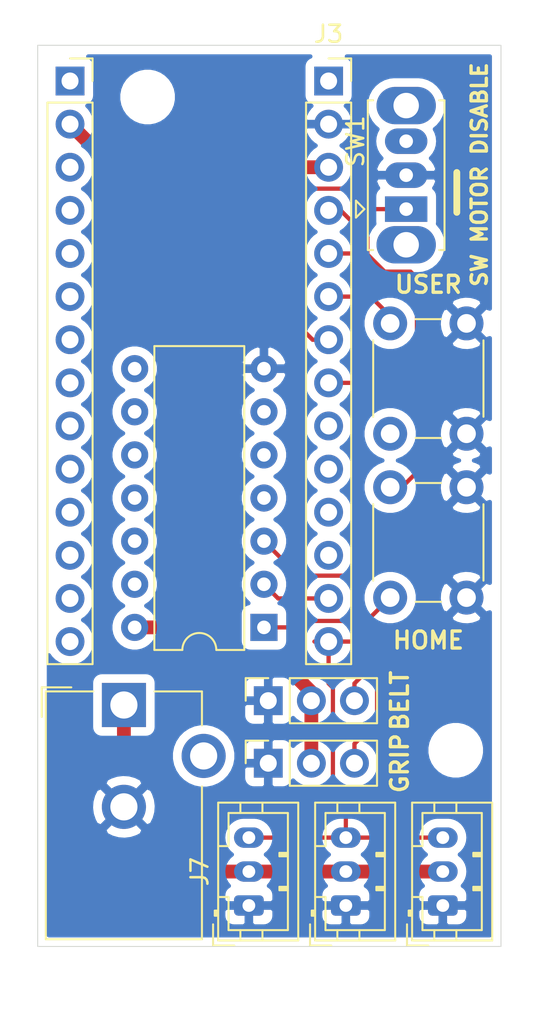
<source format=kicad_pcb>
(kicad_pcb (version 20171130) (host pcbnew "(5.1.6)-1")

  (general
    (thickness 1.6)
    (drawings 13)
    (tracks 83)
    (zones 0)
    (modules 14)
    (nets 31)
  )

  (page A4)
  (layers
    (0 F.Cu signal)
    (31 B.Cu signal)
    (32 B.Adhes user)
    (33 F.Adhes user)
    (34 B.Paste user)
    (35 F.Paste user)
    (36 B.SilkS user hide)
    (37 F.SilkS user hide)
    (38 B.Mask user)
    (39 F.Mask user)
    (40 Dwgs.User user hide)
    (41 Cmts.User user)
    (42 Eco1.User user hide)
    (43 Eco2.User user hide)
    (44 Edge.Cuts user)
    (45 Margin user)
    (46 B.CrtYd user hide)
    (47 F.CrtYd user hide)
    (48 B.Fab user hide)
    (49 F.Fab user hide)
  )

  (setup
    (last_trace_width 0.25)
    (trace_clearance 0.2)
    (zone_clearance 0.508)
    (zone_45_only no)
    (trace_min 0.2)
    (via_size 0.8)
    (via_drill 0.4)
    (via_min_size 0.4)
    (via_min_drill 0.3)
    (uvia_size 0.3)
    (uvia_drill 0.1)
    (uvias_allowed no)
    (uvia_min_size 0.2)
    (uvia_min_drill 0.1)
    (edge_width 0.05)
    (segment_width 0.2)
    (pcb_text_width 0.3)
    (pcb_text_size 1.5 1.5)
    (mod_edge_width 0.12)
    (mod_text_size 1 1)
    (mod_text_width 0.15)
    (pad_size 1.524 1.524)
    (pad_drill 0.762)
    (pad_to_mask_clearance 0.051)
    (solder_mask_min_width 0.25)
    (aux_axis_origin 0 0)
    (visible_elements 7FFFFFFF)
    (pcbplotparams
      (layerselection 0x010fc_ffffffff)
      (usegerberextensions false)
      (usegerberattributes false)
      (usegerberadvancedattributes false)
      (creategerberjobfile false)
      (excludeedgelayer true)
      (linewidth 0.100000)
      (plotframeref false)
      (viasonmask false)
      (mode 1)
      (useauxorigin false)
      (hpglpennumber 1)
      (hpglpenspeed 20)
      (hpglpendiameter 15.000000)
      (psnegative false)
      (psa4output false)
      (plotreference true)
      (plotvalue true)
      (plotinvisibletext false)
      (padsonsilk false)
      (subtractmaskfromsilk false)
      (outputformat 1)
      (mirror false)
      (drillshape 0)
      (scaleselection 1)
      (outputdirectory "./gerbers/"))
  )

  (net 0 "")
  (net 1 3v)
  (net 2 GND)
  (net 3 RST)
  (net 4 AREF)
  (net 5 Vhi)
  (net 6 A0)
  (net 7 A1)
  (net 8 A2)
  (net 9 A3)
  (net 10 A4)
  (net 11 A5)
  (net 12 SCK)
  (net 13 MO)
  (net 14 MI)
  (net 15 2)
  (net 16 RX)
  (net 17 TX)
  (net 18 SDA)
  (net 19 SCL)
  (net 20 5)
  (net 21 7)
  (net 22 9)
  (net 23 10)
  (net 24 11)
  (net 25 12)
  (net 26 13)
  (net 27 USB)
  (net 28 BAT)
  (net 29 VPOW)
  (net 30 "Net-(SW1-Pad3)")

  (net_class Default "This is the default net class."
    (clearance 0.2)
    (trace_width 0.25)
    (via_dia 0.8)
    (via_drill 0.4)
    (uvia_dia 0.3)
    (uvia_drill 0.1)
    (add_net 10)
    (add_net 11)
    (add_net 12)
    (add_net 13)
    (add_net 2)
    (add_net 3v)
    (add_net 5)
    (add_net 7)
    (add_net 9)
    (add_net A0)
    (add_net A1)
    (add_net A2)
    (add_net A3)
    (add_net A4)
    (add_net A5)
    (add_net AREF)
    (add_net BAT)
    (add_net GND)
    (add_net MI)
    (add_net MO)
    (add_net "Net-(SW1-Pad3)")
    (add_net RST)
    (add_net RX)
    (add_net SCK)
    (add_net SCL)
    (add_net SDA)
    (add_net TX)
    (add_net USB)
    (add_net VPOW)
    (add_net Vhi)
  )

  (module Button_Switch_THT:SW_Slide_1P2T_CK_OS102011MS2Q (layer F.Cu) (tedit 5F19C853) (tstamp 5F19D57B)
    (at 184.912 70.612 90)
    (descr "CuK miniature slide switch, OS series, SPDT, https://www.ckswitches.com/media/1428/os.pdf")
    (tags "switch SPDT")
    (path /5F1BB884)
    (fp_text reference SW1 (at 3.99 -2.99 90) (layer F.SilkS)
      (effects (font (size 1 1) (thickness 0.15)))
    )
    (fp_text value SW_SPDT (at 2 3 90) (layer F.Fab)
      (effects (font (size 1 1) (thickness 0.15)))
    )
    (fp_line (start 0.5 -2.96) (end -0.5 -2.96) (layer F.SilkS) (width 0.12))
    (fp_line (start 0 -2.46) (end 0.5 -2.96) (layer F.SilkS) (width 0.12))
    (fp_line (start -0.5 -2.96) (end 0 -2.46) (layer F.SilkS) (width 0.12))
    (fp_line (start 0 -1.65) (end 0.5 -2.15) (layer F.Fab) (width 0.1))
    (fp_line (start -0.5 -2.15) (end 0 -1.65) (layer F.Fab) (width 0.1))
    (fp_line (start -3.45 2.4) (end -3.45 -2.4) (layer B.CrtYd) (width 0.05))
    (fp_line (start 7.45 2.4) (end -3.45 2.4) (layer B.CrtYd) (width 0.05))
    (fp_line (start 7.45 -2.4) (end 7.45 2.4) (layer B.CrtYd) (width 0.05))
    (fp_line (start -3.45 -2.4) (end 7.45 -2.4) (layer B.CrtYd) (width 0.05))
    (fp_line (start 6.41 2.26) (end 6.41 1.95) (layer F.SilkS) (width 0.12))
    (fp_line (start -2.41 2.26) (end -2.41 1.95) (layer F.SilkS) (width 0.12))
    (fp_line (start -2.41 -1.95) (end -2.41 -2.26) (layer F.SilkS) (width 0.12))
    (fp_line (start 6.41 2.26) (end -2.41 2.26) (layer F.SilkS) (width 0.12))
    (fp_line (start 6.41 -2.26) (end 6.41 -1.95) (layer F.SilkS) (width 0.12))
    (fp_line (start -2.41 -2.26) (end 6.41 -2.26) (layer F.SilkS) (width 0.12))
    (fp_line (start -2.3 -2.15) (end -0.5 -2.15) (layer F.Fab) (width 0.1))
    (fp_line (start 2 -1) (end 2 1) (layer F.Fab) (width 0.1))
    (fp_line (start 1.34 -1) (end 1.34 1) (layer F.Fab) (width 0.1))
    (fp_line (start 0.66 -1) (end 0.66 1) (layer F.Fab) (width 0.1))
    (fp_line (start 0 -1) (end 0 1) (layer F.Fab) (width 0.1))
    (fp_line (start 0 1) (end 4 1) (layer F.Fab) (width 0.1))
    (fp_line (start 4 -1) (end 4 1) (layer F.Fab) (width 0.1))
    (fp_line (start 0 -1) (end 4 -1) (layer F.Fab) (width 0.1))
    (fp_line (start -2.3 2.15) (end -2.3 -2.15) (layer F.Fab) (width 0.1))
    (fp_line (start 6.3 2.15) (end -2.3 2.15) (layer F.Fab) (width 0.1))
    (fp_line (start 6.3 -2.15) (end 6.3 2.15) (layer F.Fab) (width 0.1))
    (fp_line (start 0.5 -2.15) (end 6.3 -2.15) (layer F.Fab) (width 0.1))
    (fp_text user %R (at 3.99 -2.99 90) (layer F.Fab)
      (effects (font (size 1 1) (thickness 0.15)))
    )
    (pad 1 thru_hole rect (at 0 0 90) (size 1.5 2.5) (drill 0.8) (layers *.Cu *.Mask)
      (net 23 10))
    (pad 2 thru_hole oval (at 2 0 90) (size 1.5 2.5) (drill 0.8) (layers *.Cu *.Mask)
      (net 2 GND))
    (pad 3 thru_hole oval (at 4 0 90) (size 1.5 2.5) (drill 0.8) (layers *.Cu *.Mask)
      (net 30 "Net-(SW1-Pad3)"))
    (pad "" thru_hole oval (at -2.1 0 90) (size 2.2 3.5) (drill 1.5) (layers *.Cu *.Mask))
    (pad "" thru_hole oval (at 6.1 0 90) (size 2.2 3.5) (drill 1.5) (layers *.Cu *.Mask))
    (model ${KISYS3DMOD}/Button_Switch_THT.3dshapes/SW_Slide_1P2T_CK_OS102011MS2Q.wrl
      (at (xyz 0 0 0))
      (scale (xyz 1 1 1))
      (rotate (xyz 0 0 0))
    )
    (model ${KIPRJMOD}/OS102011MS2QN1.stp
      (offset (xyz 2 0 4))
      (scale (xyz 1 1 1))
      (rotate (xyz -90 0 0))
    )
  )

  (module Connector_BarrelJack:BarrelJack_CUI_PJ-102AH_Horizontal (layer F.Cu) (tedit 5F186C94) (tstamp 5F18C085)
    (at 168.275 99.822)
    (descr "Thin-pin DC Barrel Jack, https://cdn-shop.adafruit.com/datasheets/21mmdcjackDatasheet.pdf")
    (tags "Power Jack")
    (path /5F18AA9E)
    (fp_text reference J1 (at 5.75 8.45 90) (layer F.SilkS) hide
      (effects (font (size 1 1) (thickness 0.15)))
    )
    (fp_text value Barrel_Jack (at -5.5 6.2 90) (layer F.Fab)
      (effects (font (size 1 1) (thickness 0.15)))
    )
    (fp_line (start -4.5 10.2) (end 4.5 10.2) (layer F.Fab) (width 0.1))
    (fp_line (start -3.5 -0.7) (end 4.5 -0.7) (layer F.Fab) (width 0.1))
    (fp_line (start -4.5 0.3) (end -3.5 -0.7) (layer F.Fab) (width 0.1))
    (fp_line (start -4.5 13.7) (end -4.5 0.3) (layer F.Fab) (width 0.1))
    (fp_line (start 4.5 13.7) (end -4.5 13.7) (layer F.Fab) (width 0.1))
    (fp_line (start 4.5 -0.7) (end 4.5 13.7) (layer F.Fab) (width 0.1))
    (fp_line (start -4.84 -1.04) (end -3.1 -1.04) (layer F.SilkS) (width 0.12))
    (fp_line (start -4.84 0.7) (end -4.84 -1.04) (layer F.SilkS) (width 0.12))
    (fp_line (start 4.6 -0.8) (end 4.6 1.2) (layer F.SilkS) (width 0.12))
    (fp_line (start 1.8 -0.8) (end 4.6 -0.8) (layer F.SilkS) (width 0.12))
    (fp_line (start -4.6 -0.8) (end -1.8 -0.8) (layer F.SilkS) (width 0.12))
    (fp_line (start -4.6 13.8) (end -4.6 -0.8) (layer F.SilkS) (width 0.12))
    (fp_line (start 4.6 13.8) (end -4.6 13.8) (layer F.SilkS) (width 0.12))
    (fp_line (start 4.6 4.8) (end 4.6 13.8) (layer F.SilkS) (width 0.12))
    (fp_line (start -1.8 -1.8) (end 1.8 -1.8) (layer F.CrtYd) (width 0.05))
    (fp_line (start -1.8 -1.2) (end -1.8 -1.8) (layer F.CrtYd) (width 0.05))
    (fp_line (start -5 -1.2) (end -1.8 -1.2) (layer F.CrtYd) (width 0.05))
    (fp_line (start -5 14.2) (end -5 -1.2) (layer F.CrtYd) (width 0.05))
    (fp_line (start 5 14.2) (end -5 14.2) (layer F.CrtYd) (width 0.05))
    (fp_line (start 5 4.8) (end 5 14.2) (layer F.CrtYd) (width 0.05))
    (fp_line (start 6.5 4.8) (end 5 4.8) (layer F.CrtYd) (width 0.05))
    (fp_line (start 6.5 1.2) (end 6.5 4.8) (layer F.CrtYd) (width 0.05))
    (fp_line (start 5 1.2) (end 6.5 1.2) (layer F.CrtYd) (width 0.05))
    (fp_line (start 5 -1.2) (end 5 1.2) (layer F.CrtYd) (width 0.05))
    (fp_line (start 1.8 -1.2) (end 5 -1.2) (layer F.CrtYd) (width 0.05))
    (fp_line (start 1.8 -1.8) (end 1.8 -1.2) (layer F.CrtYd) (width 0.05))
    (fp_text user %R (at 0 6.5) (layer F.Fab)
      (effects (font (size 1 1) (thickness 0.15)))
    )
    (pad 1 thru_hole rect (at 0 0) (size 2.6 2.6) (drill 1.6) (layers *.Cu *.Mask)
      (net 29 VPOW))
    (pad 2 thru_hole circle (at 0 6) (size 2.6 2.6) (drill 1.6) (layers *.Cu *.Mask)
      (net 2 GND))
    (pad 3 thru_hole circle (at 4.7 3) (size 2.6 2.6) (drill 1.6) (layers *.Cu *.Mask))
    (model ${KISYS3DMOD}/Connector_BarrelJack.3dshapes/BarrelJack_CUI_PJ-102AH_Horizontal.wrl
      (at (xyz 0 0 0))
      (scale (xyz 1 1 1))
      (rotate (xyz 0 0 0))
    )
    (model ${KIPRJMOD}/PJ-102AH--3DModel-STEP-56544.STEP
      (offset (xyz 0 -13.75 6.5))
      (scale (xyz 1 1 1))
      (rotate (xyz -90 0 0))
    )
  )

  (module Connector_PinSocket_2.54mm:PinSocket_1x14_P2.54mm_Vertical (layer F.Cu) (tedit 5A19A434) (tstamp 5F18C222)
    (at 165.1 63.065001)
    (descr "Through hole straight socket strip, 1x14, 2.54mm pitch, single row (from Kicad 4.0.7), script generated")
    (tags "Through hole socket strip THT 1x14 2.54mm single row")
    (path /5F1712C0)
    (fp_text reference J2 (at 0 -2.77) (layer F.SilkS) hide
      (effects (font (size 1 1) (thickness 0.15)))
    )
    (fp_text value ItsyBitsy (at 0 35.79) (layer F.Fab)
      (effects (font (size 1 1) (thickness 0.15)))
    )
    (fp_line (start -1.8 34.8) (end -1.8 -1.8) (layer F.CrtYd) (width 0.05))
    (fp_line (start 1.75 34.8) (end -1.8 34.8) (layer F.CrtYd) (width 0.05))
    (fp_line (start 1.75 -1.8) (end 1.75 34.8) (layer F.CrtYd) (width 0.05))
    (fp_line (start -1.8 -1.8) (end 1.75 -1.8) (layer F.CrtYd) (width 0.05))
    (fp_line (start 0 -1.33) (end 1.33 -1.33) (layer F.SilkS) (width 0.12))
    (fp_line (start 1.33 -1.33) (end 1.33 0) (layer F.SilkS) (width 0.12))
    (fp_line (start 1.33 1.27) (end 1.33 34.35) (layer F.SilkS) (width 0.12))
    (fp_line (start -1.33 34.35) (end 1.33 34.35) (layer F.SilkS) (width 0.12))
    (fp_line (start -1.33 1.27) (end -1.33 34.35) (layer F.SilkS) (width 0.12))
    (fp_line (start -1.33 1.27) (end 1.33 1.27) (layer F.SilkS) (width 0.12))
    (fp_line (start -1.27 34.29) (end -1.27 -1.27) (layer F.Fab) (width 0.1))
    (fp_line (start 1.27 34.29) (end -1.27 34.29) (layer F.Fab) (width 0.1))
    (fp_line (start 1.27 -0.635) (end 1.27 34.29) (layer F.Fab) (width 0.1))
    (fp_line (start 0.635 -1.27) (end 1.27 -0.635) (layer F.Fab) (width 0.1))
    (fp_line (start -1.27 -1.27) (end 0.635 -1.27) (layer F.Fab) (width 0.1))
    (fp_text user %R (at 0 16.51 90) (layer F.Fab)
      (effects (font (size 1 1) (thickness 0.15)))
    )
    (pad 1 thru_hole rect (at 0 0) (size 1.7 1.7) (drill 1) (layers *.Cu *.Mask)
      (net 3 RST))
    (pad 2 thru_hole oval (at 0 2.54) (size 1.7 1.7) (drill 1) (layers *.Cu *.Mask)
      (net 1 3v))
    (pad 3 thru_hole oval (at 0 5.08) (size 1.7 1.7) (drill 1) (layers *.Cu *.Mask)
      (net 4 AREF))
    (pad 4 thru_hole oval (at 0 7.62) (size 1.7 1.7) (drill 1) (layers *.Cu *.Mask)
      (net 5 Vhi))
    (pad 5 thru_hole oval (at 0 10.16) (size 1.7 1.7) (drill 1) (layers *.Cu *.Mask)
      (net 6 A0))
    (pad 6 thru_hole oval (at 0 12.7) (size 1.7 1.7) (drill 1) (layers *.Cu *.Mask)
      (net 7 A1))
    (pad 7 thru_hole oval (at 0 15.24) (size 1.7 1.7) (drill 1) (layers *.Cu *.Mask)
      (net 8 A2))
    (pad 8 thru_hole oval (at 0 17.78) (size 1.7 1.7) (drill 1) (layers *.Cu *.Mask)
      (net 9 A3))
    (pad 9 thru_hole oval (at 0 20.32) (size 1.7 1.7) (drill 1) (layers *.Cu *.Mask)
      (net 10 A4))
    (pad 10 thru_hole oval (at 0 22.86) (size 1.7 1.7) (drill 1) (layers *.Cu *.Mask)
      (net 11 A5))
    (pad 11 thru_hole oval (at 0 25.4) (size 1.7 1.7) (drill 1) (layers *.Cu *.Mask)
      (net 12 SCK))
    (pad 12 thru_hole oval (at 0 27.94) (size 1.7 1.7) (drill 1) (layers *.Cu *.Mask)
      (net 13 MO))
    (pad 13 thru_hole oval (at 0 30.48) (size 1.7 1.7) (drill 1) (layers *.Cu *.Mask)
      (net 14 MI))
    (pad 14 thru_hole oval (at 0 33.02) (size 1.7 1.7) (drill 1) (layers *.Cu *.Mask)
      (net 15 2))
    (model ${KISYS3DMOD}/Connector_PinSocket_2.54mm.3dshapes/PinSocket_1x14_P2.54mm_Vertical.wrl
      (at (xyz 0 0 0))
      (scale (xyz 1 1 1))
      (rotate (xyz 0 0 0))
    )
  )

  (module Connector_PinSocket_2.54mm:PinSocket_1x14_P2.54mm_Vertical (layer F.Cu) (tedit 5A19A434) (tstamp 5F18BBE9)
    (at 180.34 63.065001)
    (descr "Through hole straight socket strip, 1x14, 2.54mm pitch, single row (from Kicad 4.0.7), script generated")
    (tags "Through hole socket strip THT 1x14 2.54mm single row")
    (path /5F173678)
    (fp_text reference J3 (at 0 -2.77) (layer F.SilkS)
      (effects (font (size 1 1) (thickness 0.15)))
    )
    (fp_text value ItsyBitsy (at 0 35.79) (layer F.Fab)
      (effects (font (size 1 1) (thickness 0.15)))
    )
    (fp_line (start -1.27 -1.27) (end 0.635 -1.27) (layer F.Fab) (width 0.1))
    (fp_line (start 0.635 -1.27) (end 1.27 -0.635) (layer F.Fab) (width 0.1))
    (fp_line (start 1.27 -0.635) (end 1.27 34.29) (layer F.Fab) (width 0.1))
    (fp_line (start 1.27 34.29) (end -1.27 34.29) (layer F.Fab) (width 0.1))
    (fp_line (start -1.27 34.29) (end -1.27 -1.27) (layer F.Fab) (width 0.1))
    (fp_line (start -1.33 1.27) (end 1.33 1.27) (layer F.SilkS) (width 0.12))
    (fp_line (start -1.33 1.27) (end -1.33 34.35) (layer F.SilkS) (width 0.12))
    (fp_line (start -1.33 34.35) (end 1.33 34.35) (layer F.SilkS) (width 0.12))
    (fp_line (start 1.33 1.27) (end 1.33 34.35) (layer F.SilkS) (width 0.12))
    (fp_line (start 1.33 -1.33) (end 1.33 0) (layer F.SilkS) (width 0.12))
    (fp_line (start 0 -1.33) (end 1.33 -1.33) (layer F.SilkS) (width 0.12))
    (fp_line (start -1.8 -1.8) (end 1.75 -1.8) (layer F.CrtYd) (width 0.05))
    (fp_line (start 1.75 -1.8) (end 1.75 34.8) (layer F.CrtYd) (width 0.05))
    (fp_line (start 1.75 34.8) (end -1.8 34.8) (layer F.CrtYd) (width 0.05))
    (fp_line (start -1.8 34.8) (end -1.8 -1.8) (layer F.CrtYd) (width 0.05))
    (fp_text user %R (at 0 16.51 90) (layer F.Fab)
      (effects (font (size 1 1) (thickness 0.15)))
    )
    (pad 14 thru_hole oval (at 0 33.02) (size 1.7 1.7) (drill 1) (layers *.Cu *.Mask)
      (net 16 RX))
    (pad 13 thru_hole oval (at 0 30.48) (size 1.7 1.7) (drill 1) (layers *.Cu *.Mask)
      (net 17 TX))
    (pad 12 thru_hole oval (at 0 27.94) (size 1.7 1.7) (drill 1) (layers *.Cu *.Mask)
      (net 18 SDA))
    (pad 11 thru_hole oval (at 0 25.4) (size 1.7 1.7) (drill 1) (layers *.Cu *.Mask)
      (net 19 SCL))
    (pad 10 thru_hole oval (at 0 22.86) (size 1.7 1.7) (drill 1) (layers *.Cu *.Mask)
      (net 20 5))
    (pad 9 thru_hole oval (at 0 20.32) (size 1.7 1.7) (drill 1) (layers *.Cu *.Mask)
      (net 21 7))
    (pad 8 thru_hole oval (at 0 17.78) (size 1.7 1.7) (drill 1) (layers *.Cu *.Mask)
      (net 22 9))
    (pad 7 thru_hole oval (at 0 15.24) (size 1.7 1.7) (drill 1) (layers *.Cu *.Mask)
      (net 23 10))
    (pad 6 thru_hole oval (at 0 12.7) (size 1.7 1.7) (drill 1) (layers *.Cu *.Mask)
      (net 24 11))
    (pad 5 thru_hole oval (at 0 10.16) (size 1.7 1.7) (drill 1) (layers *.Cu *.Mask)
      (net 25 12))
    (pad 4 thru_hole oval (at 0 7.62) (size 1.7 1.7) (drill 1) (layers *.Cu *.Mask)
      (net 26 13))
    (pad 3 thru_hole oval (at 0 5.08) (size 1.7 1.7) (drill 1) (layers *.Cu *.Mask)
      (net 27 USB))
    (pad 2 thru_hole oval (at 0 2.54) (size 1.7 1.7) (drill 1) (layers *.Cu *.Mask)
      (net 2 GND))
    (pad 1 thru_hole rect (at 0 0) (size 1.7 1.7) (drill 1) (layers *.Cu *.Mask)
      (net 28 BAT))
    (model ${KISYS3DMOD}/Connector_PinSocket_2.54mm.3dshapes/PinSocket_1x14_P2.54mm_Vertical.wrl
      (at (xyz 0 0 0))
      (scale (xyz 1 1 1))
      (rotate (xyz 0 0 0))
    )
  )

  (module Connector_PinSocket_2.54mm:PinSocket_1x03_P2.54mm_Vertical (layer F.Cu) (tedit 5A19A429) (tstamp 5F18BC00)
    (at 176.784 99.568 90)
    (descr "Through hole straight socket strip, 1x03, 2.54mm pitch, single row (from Kicad 4.0.7), script generated")
    (tags "Through hole socket strip THT 1x03 2.54mm single row")
    (path /5F185295)
    (fp_text reference J4 (at 0 -2.77 90) (layer F.SilkS) hide
      (effects (font (size 1 1) (thickness 0.15)))
    )
    (fp_text value Conn_01x03_Male (at 0 7.85 90) (layer F.Fab)
      (effects (font (size 1 1) (thickness 0.15)))
    )
    (fp_line (start -1.8 6.85) (end -1.8 -1.8) (layer F.CrtYd) (width 0.05))
    (fp_line (start 1.75 6.85) (end -1.8 6.85) (layer F.CrtYd) (width 0.05))
    (fp_line (start 1.75 -1.8) (end 1.75 6.85) (layer F.CrtYd) (width 0.05))
    (fp_line (start -1.8 -1.8) (end 1.75 -1.8) (layer F.CrtYd) (width 0.05))
    (fp_line (start 0 -1.33) (end 1.33 -1.33) (layer F.SilkS) (width 0.12))
    (fp_line (start 1.33 -1.33) (end 1.33 0) (layer F.SilkS) (width 0.12))
    (fp_line (start 1.33 1.27) (end 1.33 6.41) (layer F.SilkS) (width 0.12))
    (fp_line (start -1.33 6.41) (end 1.33 6.41) (layer F.SilkS) (width 0.12))
    (fp_line (start -1.33 1.27) (end -1.33 6.41) (layer F.SilkS) (width 0.12))
    (fp_line (start -1.33 1.27) (end 1.33 1.27) (layer F.SilkS) (width 0.12))
    (fp_line (start -1.27 6.35) (end -1.27 -1.27) (layer F.Fab) (width 0.1))
    (fp_line (start 1.27 6.35) (end -1.27 6.35) (layer F.Fab) (width 0.1))
    (fp_line (start 1.27 -0.635) (end 1.27 6.35) (layer F.Fab) (width 0.1))
    (fp_line (start 0.635 -1.27) (end 1.27 -0.635) (layer F.Fab) (width 0.1))
    (fp_line (start -1.27 -1.27) (end 0.635 -1.27) (layer F.Fab) (width 0.1))
    (fp_text user %R (at 0 2.54) (layer F.Fab)
      (effects (font (size 1 1) (thickness 0.15)))
    )
    (pad 1 thru_hole rect (at 0 0 90) (size 1.7 1.7) (drill 1) (layers *.Cu *.Mask)
      (net 2 GND))
    (pad 2 thru_hole oval (at 0 2.54 90) (size 1.7 1.7) (drill 1) (layers *.Cu *.Mask)
      (net 27 USB))
    (pad 3 thru_hole oval (at 0 5.08 90) (size 1.7 1.7) (drill 1) (layers *.Cu *.Mask)
      (net 25 12))
    (model ${KISYS3DMOD}/Connector_PinSocket_2.54mm.3dshapes/PinSocket_1x03_P2.54mm_Vertical.wrl
      (at (xyz 0 0 0))
      (scale (xyz 1 1 1))
      (rotate (xyz 0 0 0))
    )
  )

  (module Connector_JST:JST_PH_B3B-PH-K_1x03_P2.00mm_Vertical (layer F.Cu) (tedit 5B7745C2) (tstamp 5F18BC2F)
    (at 187.071 111.633 90)
    (descr "JST PH series connector, B3B-PH-K (http://www.jst-mfg.com/product/pdf/eng/ePH.pdf), generated with kicad-footprint-generator")
    (tags "connector JST PH side entry")
    (path /5F189CE4)
    (fp_text reference J5 (at 2 -2.9 90) (layer F.SilkS) hide
      (effects (font (size 1 1) (thickness 0.15)))
    )
    (fp_text value Conn_01x03_Male (at 2 4 90) (layer F.Fab)
      (effects (font (size 1 1) (thickness 0.15)))
    )
    (fp_line (start 6.45 -2.2) (end -2.45 -2.2) (layer F.CrtYd) (width 0.05))
    (fp_line (start 6.45 3.3) (end 6.45 -2.2) (layer F.CrtYd) (width 0.05))
    (fp_line (start -2.45 3.3) (end 6.45 3.3) (layer F.CrtYd) (width 0.05))
    (fp_line (start -2.45 -2.2) (end -2.45 3.3) (layer F.CrtYd) (width 0.05))
    (fp_line (start 5.95 -1.7) (end -1.95 -1.7) (layer F.Fab) (width 0.1))
    (fp_line (start 5.95 2.8) (end 5.95 -1.7) (layer F.Fab) (width 0.1))
    (fp_line (start -1.95 2.8) (end 5.95 2.8) (layer F.Fab) (width 0.1))
    (fp_line (start -1.95 -1.7) (end -1.95 2.8) (layer F.Fab) (width 0.1))
    (fp_line (start -2.36 -2.11) (end -2.36 -0.86) (layer F.Fab) (width 0.1))
    (fp_line (start -1.11 -2.11) (end -2.36 -2.11) (layer F.Fab) (width 0.1))
    (fp_line (start -2.36 -2.11) (end -2.36 -0.86) (layer F.SilkS) (width 0.12))
    (fp_line (start -1.11 -2.11) (end -2.36 -2.11) (layer F.SilkS) (width 0.12))
    (fp_line (start 3 2.3) (end 3 1.8) (layer F.SilkS) (width 0.12))
    (fp_line (start 3.1 1.8) (end 3.1 2.3) (layer F.SilkS) (width 0.12))
    (fp_line (start 2.9 1.8) (end 3.1 1.8) (layer F.SilkS) (width 0.12))
    (fp_line (start 2.9 2.3) (end 2.9 1.8) (layer F.SilkS) (width 0.12))
    (fp_line (start 1 2.3) (end 1 1.8) (layer F.SilkS) (width 0.12))
    (fp_line (start 1.1 1.8) (end 1.1 2.3) (layer F.SilkS) (width 0.12))
    (fp_line (start 0.9 1.8) (end 1.1 1.8) (layer F.SilkS) (width 0.12))
    (fp_line (start 0.9 2.3) (end 0.9 1.8) (layer F.SilkS) (width 0.12))
    (fp_line (start 6.06 0.8) (end 5.45 0.8) (layer F.SilkS) (width 0.12))
    (fp_line (start 6.06 -0.5) (end 5.45 -0.5) (layer F.SilkS) (width 0.12))
    (fp_line (start -2.06 0.8) (end -1.45 0.8) (layer F.SilkS) (width 0.12))
    (fp_line (start -2.06 -0.5) (end -1.45 -0.5) (layer F.SilkS) (width 0.12))
    (fp_line (start 3.5 -1.2) (end 3.5 -1.81) (layer F.SilkS) (width 0.12))
    (fp_line (start 5.45 -1.2) (end 3.5 -1.2) (layer F.SilkS) (width 0.12))
    (fp_line (start 5.45 2.3) (end 5.45 -1.2) (layer F.SilkS) (width 0.12))
    (fp_line (start -1.45 2.3) (end 5.45 2.3) (layer F.SilkS) (width 0.12))
    (fp_line (start -1.45 -1.2) (end -1.45 2.3) (layer F.SilkS) (width 0.12))
    (fp_line (start 0.5 -1.2) (end -1.45 -1.2) (layer F.SilkS) (width 0.12))
    (fp_line (start 0.5 -1.81) (end 0.5 -1.2) (layer F.SilkS) (width 0.12))
    (fp_line (start -0.3 -1.91) (end -0.6 -1.91) (layer F.SilkS) (width 0.12))
    (fp_line (start -0.6 -2.01) (end -0.6 -1.81) (layer F.SilkS) (width 0.12))
    (fp_line (start -0.3 -2.01) (end -0.6 -2.01) (layer F.SilkS) (width 0.12))
    (fp_line (start -0.3 -1.81) (end -0.3 -2.01) (layer F.SilkS) (width 0.12))
    (fp_line (start 6.06 -1.81) (end -2.06 -1.81) (layer F.SilkS) (width 0.12))
    (fp_line (start 6.06 2.91) (end 6.06 -1.81) (layer F.SilkS) (width 0.12))
    (fp_line (start -2.06 2.91) (end 6.06 2.91) (layer F.SilkS) (width 0.12))
    (fp_line (start -2.06 -1.81) (end -2.06 2.91) (layer F.SilkS) (width 0.12))
    (fp_text user %R (at 2 1.5 90) (layer F.Fab)
      (effects (font (size 1 1) (thickness 0.15)))
    )
    (pad 1 thru_hole roundrect (at 0 0 90) (size 1.2 1.75) (drill 0.75) (layers *.Cu *.Mask) (roundrect_rratio 0.208333)
      (net 2 GND))
    (pad 2 thru_hole oval (at 2 0 90) (size 1.2 1.75) (drill 0.75) (layers *.Cu *.Mask)
      (net 29 VPOW))
    (pad 3 thru_hole oval (at 4 0 90) (size 1.2 1.75) (drill 0.75) (layers *.Cu *.Mask)
      (net 16 RX))
    (model ${KISYS3DMOD}/Connector_JST.3dshapes/JST_PH_B3B-PH-K_1x03_P2.00mm_Vertical.wrl
      (at (xyz 0 0 0))
      (scale (xyz 1 1 1))
      (rotate (xyz 0 0 0))
    )
  )

  (module Connector_JST:JST_PH_B3B-PH-K_1x03_P2.00mm_Vertical (layer F.Cu) (tedit 5B7745C2) (tstamp 5F18BC5E)
    (at 181.356 111.633 90)
    (descr "JST PH series connector, B3B-PH-K (http://www.jst-mfg.com/product/pdf/eng/ePH.pdf), generated with kicad-footprint-generator")
    (tags "connector JST PH side entry")
    (path /5F188487)
    (fp_text reference J6 (at 2 -2.9 90) (layer F.SilkS) hide
      (effects (font (size 1 1) (thickness 0.15)))
    )
    (fp_text value Conn_01x03_Male (at 2 4 90) (layer F.Fab)
      (effects (font (size 1 1) (thickness 0.15)))
    )
    (fp_line (start -2.06 -1.81) (end -2.06 2.91) (layer F.SilkS) (width 0.12))
    (fp_line (start -2.06 2.91) (end 6.06 2.91) (layer F.SilkS) (width 0.12))
    (fp_line (start 6.06 2.91) (end 6.06 -1.81) (layer F.SilkS) (width 0.12))
    (fp_line (start 6.06 -1.81) (end -2.06 -1.81) (layer F.SilkS) (width 0.12))
    (fp_line (start -0.3 -1.81) (end -0.3 -2.01) (layer F.SilkS) (width 0.12))
    (fp_line (start -0.3 -2.01) (end -0.6 -2.01) (layer F.SilkS) (width 0.12))
    (fp_line (start -0.6 -2.01) (end -0.6 -1.81) (layer F.SilkS) (width 0.12))
    (fp_line (start -0.3 -1.91) (end -0.6 -1.91) (layer F.SilkS) (width 0.12))
    (fp_line (start 0.5 -1.81) (end 0.5 -1.2) (layer F.SilkS) (width 0.12))
    (fp_line (start 0.5 -1.2) (end -1.45 -1.2) (layer F.SilkS) (width 0.12))
    (fp_line (start -1.45 -1.2) (end -1.45 2.3) (layer F.SilkS) (width 0.12))
    (fp_line (start -1.45 2.3) (end 5.45 2.3) (layer F.SilkS) (width 0.12))
    (fp_line (start 5.45 2.3) (end 5.45 -1.2) (layer F.SilkS) (width 0.12))
    (fp_line (start 5.45 -1.2) (end 3.5 -1.2) (layer F.SilkS) (width 0.12))
    (fp_line (start 3.5 -1.2) (end 3.5 -1.81) (layer F.SilkS) (width 0.12))
    (fp_line (start -2.06 -0.5) (end -1.45 -0.5) (layer F.SilkS) (width 0.12))
    (fp_line (start -2.06 0.8) (end -1.45 0.8) (layer F.SilkS) (width 0.12))
    (fp_line (start 6.06 -0.5) (end 5.45 -0.5) (layer F.SilkS) (width 0.12))
    (fp_line (start 6.06 0.8) (end 5.45 0.8) (layer F.SilkS) (width 0.12))
    (fp_line (start 0.9 2.3) (end 0.9 1.8) (layer F.SilkS) (width 0.12))
    (fp_line (start 0.9 1.8) (end 1.1 1.8) (layer F.SilkS) (width 0.12))
    (fp_line (start 1.1 1.8) (end 1.1 2.3) (layer F.SilkS) (width 0.12))
    (fp_line (start 1 2.3) (end 1 1.8) (layer F.SilkS) (width 0.12))
    (fp_line (start 2.9 2.3) (end 2.9 1.8) (layer F.SilkS) (width 0.12))
    (fp_line (start 2.9 1.8) (end 3.1 1.8) (layer F.SilkS) (width 0.12))
    (fp_line (start 3.1 1.8) (end 3.1 2.3) (layer F.SilkS) (width 0.12))
    (fp_line (start 3 2.3) (end 3 1.8) (layer F.SilkS) (width 0.12))
    (fp_line (start -1.11 -2.11) (end -2.36 -2.11) (layer F.SilkS) (width 0.12))
    (fp_line (start -2.36 -2.11) (end -2.36 -0.86) (layer F.SilkS) (width 0.12))
    (fp_line (start -1.11 -2.11) (end -2.36 -2.11) (layer F.Fab) (width 0.1))
    (fp_line (start -2.36 -2.11) (end -2.36 -0.86) (layer F.Fab) (width 0.1))
    (fp_line (start -1.95 -1.7) (end -1.95 2.8) (layer F.Fab) (width 0.1))
    (fp_line (start -1.95 2.8) (end 5.95 2.8) (layer F.Fab) (width 0.1))
    (fp_line (start 5.95 2.8) (end 5.95 -1.7) (layer F.Fab) (width 0.1))
    (fp_line (start 5.95 -1.7) (end -1.95 -1.7) (layer F.Fab) (width 0.1))
    (fp_line (start -2.45 -2.2) (end -2.45 3.3) (layer F.CrtYd) (width 0.05))
    (fp_line (start -2.45 3.3) (end 6.45 3.3) (layer F.CrtYd) (width 0.05))
    (fp_line (start 6.45 3.3) (end 6.45 -2.2) (layer F.CrtYd) (width 0.05))
    (fp_line (start 6.45 -2.2) (end -2.45 -2.2) (layer F.CrtYd) (width 0.05))
    (fp_text user %R (at 2 1.5 90) (layer F.Fab)
      (effects (font (size 1 1) (thickness 0.15)))
    )
    (pad 3 thru_hole oval (at 4 0 90) (size 1.2 1.75) (drill 0.75) (layers *.Cu *.Mask)
      (net 16 RX))
    (pad 2 thru_hole oval (at 2 0 90) (size 1.2 1.75) (drill 0.75) (layers *.Cu *.Mask)
      (net 29 VPOW))
    (pad 1 thru_hole roundrect (at 0 0 90) (size 1.2 1.75) (drill 0.75) (layers *.Cu *.Mask) (roundrect_rratio 0.208333)
      (net 2 GND))
    (model ${KISYS3DMOD}/Connector_JST.3dshapes/JST_PH_B3B-PH-K_1x03_P2.00mm_Vertical.wrl
      (at (xyz 0 0 0))
      (scale (xyz 1 1 1))
      (rotate (xyz 0 0 0))
    )
  )

  (module Connector_JST:JST_PH_B3B-PH-K_1x03_P2.00mm_Vertical (layer F.Cu) (tedit 5B7745C2) (tstamp 5F18BC8D)
    (at 175.641 111.633 90)
    (descr "JST PH series connector, B3B-PH-K (http://www.jst-mfg.com/product/pdf/eng/ePH.pdf), generated with kicad-footprint-generator")
    (tags "connector JST PH side entry")
    (path /5F1899F8)
    (fp_text reference J7 (at 2 -2.9 90) (layer F.SilkS)
      (effects (font (size 1 1) (thickness 0.15)))
    )
    (fp_text value Conn_01x03_Male (at 2 4 90) (layer F.Fab)
      (effects (font (size 1 1) (thickness 0.15)))
    )
    (fp_line (start 6.45 -2.2) (end -2.45 -2.2) (layer F.CrtYd) (width 0.05))
    (fp_line (start 6.45 3.3) (end 6.45 -2.2) (layer F.CrtYd) (width 0.05))
    (fp_line (start -2.45 3.3) (end 6.45 3.3) (layer F.CrtYd) (width 0.05))
    (fp_line (start -2.45 -2.2) (end -2.45 3.3) (layer F.CrtYd) (width 0.05))
    (fp_line (start 5.95 -1.7) (end -1.95 -1.7) (layer F.Fab) (width 0.1))
    (fp_line (start 5.95 2.8) (end 5.95 -1.7) (layer F.Fab) (width 0.1))
    (fp_line (start -1.95 2.8) (end 5.95 2.8) (layer F.Fab) (width 0.1))
    (fp_line (start -1.95 -1.7) (end -1.95 2.8) (layer F.Fab) (width 0.1))
    (fp_line (start -2.36 -2.11) (end -2.36 -0.86) (layer F.Fab) (width 0.1))
    (fp_line (start -1.11 -2.11) (end -2.36 -2.11) (layer F.Fab) (width 0.1))
    (fp_line (start -2.36 -2.11) (end -2.36 -0.86) (layer F.SilkS) (width 0.12))
    (fp_line (start -1.11 -2.11) (end -2.36 -2.11) (layer F.SilkS) (width 0.12))
    (fp_line (start 3 2.3) (end 3 1.8) (layer F.SilkS) (width 0.12))
    (fp_line (start 3.1 1.8) (end 3.1 2.3) (layer F.SilkS) (width 0.12))
    (fp_line (start 2.9 1.8) (end 3.1 1.8) (layer F.SilkS) (width 0.12))
    (fp_line (start 2.9 2.3) (end 2.9 1.8) (layer F.SilkS) (width 0.12))
    (fp_line (start 1 2.3) (end 1 1.8) (layer F.SilkS) (width 0.12))
    (fp_line (start 1.1 1.8) (end 1.1 2.3) (layer F.SilkS) (width 0.12))
    (fp_line (start 0.9 1.8) (end 1.1 1.8) (layer F.SilkS) (width 0.12))
    (fp_line (start 0.9 2.3) (end 0.9 1.8) (layer F.SilkS) (width 0.12))
    (fp_line (start 6.06 0.8) (end 5.45 0.8) (layer F.SilkS) (width 0.12))
    (fp_line (start 6.06 -0.5) (end 5.45 -0.5) (layer F.SilkS) (width 0.12))
    (fp_line (start -2.06 0.8) (end -1.45 0.8) (layer F.SilkS) (width 0.12))
    (fp_line (start -2.06 -0.5) (end -1.45 -0.5) (layer F.SilkS) (width 0.12))
    (fp_line (start 3.5 -1.2) (end 3.5 -1.81) (layer F.SilkS) (width 0.12))
    (fp_line (start 5.45 -1.2) (end 3.5 -1.2) (layer F.SilkS) (width 0.12))
    (fp_line (start 5.45 2.3) (end 5.45 -1.2) (layer F.SilkS) (width 0.12))
    (fp_line (start -1.45 2.3) (end 5.45 2.3) (layer F.SilkS) (width 0.12))
    (fp_line (start -1.45 -1.2) (end -1.45 2.3) (layer F.SilkS) (width 0.12))
    (fp_line (start 0.5 -1.2) (end -1.45 -1.2) (layer F.SilkS) (width 0.12))
    (fp_line (start 0.5 -1.81) (end 0.5 -1.2) (layer F.SilkS) (width 0.12))
    (fp_line (start -0.3 -1.91) (end -0.6 -1.91) (layer F.SilkS) (width 0.12))
    (fp_line (start -0.6 -2.01) (end -0.6 -1.81) (layer F.SilkS) (width 0.12))
    (fp_line (start -0.3 -2.01) (end -0.6 -2.01) (layer F.SilkS) (width 0.12))
    (fp_line (start -0.3 -1.81) (end -0.3 -2.01) (layer F.SilkS) (width 0.12))
    (fp_line (start 6.06 -1.81) (end -2.06 -1.81) (layer F.SilkS) (width 0.12))
    (fp_line (start 6.06 2.91) (end 6.06 -1.81) (layer F.SilkS) (width 0.12))
    (fp_line (start -2.06 2.91) (end 6.06 2.91) (layer F.SilkS) (width 0.12))
    (fp_line (start -2.06 -1.81) (end -2.06 2.91) (layer F.SilkS) (width 0.12))
    (fp_text user %R (at 2 1.5 90) (layer F.Fab)
      (effects (font (size 1 1) (thickness 0.15)))
    )
    (pad 1 thru_hole roundrect (at 0 0 90) (size 1.2 1.75) (drill 0.75) (layers *.Cu *.Mask) (roundrect_rratio 0.208333)
      (net 2 GND))
    (pad 2 thru_hole oval (at 2 0 90) (size 1.2 1.75) (drill 0.75) (layers *.Cu *.Mask)
      (net 29 VPOW))
    (pad 3 thru_hole oval (at 4 0 90) (size 1.2 1.75) (drill 0.75) (layers *.Cu *.Mask)
      (net 16 RX))
    (model ${KISYS3DMOD}/Connector_JST.3dshapes/JST_PH_B3B-PH-K_1x03_P2.00mm_Vertical.wrl
      (at (xyz 0 0 0))
      (scale (xyz 1 1 1))
      (rotate (xyz 0 0 0))
    )
  )

  (module Package_DIP:DIP-14_W7.62mm (layer F.Cu) (tedit 5A02E8C5) (tstamp 5F18BCAF)
    (at 176.53 95.25 180)
    (descr "14-lead though-hole mounted DIP package, row spacing 7.62 mm (300 mils)")
    (tags "THT DIP DIL PDIP 2.54mm 7.62mm 300mil")
    (path /5F17E882)
    (fp_text reference U1 (at 3.81 -2.33) (layer F.SilkS) hide
      (effects (font (size 1 1) (thickness 0.15)))
    )
    (fp_text value 74126 (at 3.81 17.57) (layer F.Fab)
      (effects (font (size 1 1) (thickness 0.15)))
    )
    (fp_line (start 8.7 -1.55) (end -1.1 -1.55) (layer F.CrtYd) (width 0.05))
    (fp_line (start 8.7 16.8) (end 8.7 -1.55) (layer F.CrtYd) (width 0.05))
    (fp_line (start -1.1 16.8) (end 8.7 16.8) (layer F.CrtYd) (width 0.05))
    (fp_line (start -1.1 -1.55) (end -1.1 16.8) (layer F.CrtYd) (width 0.05))
    (fp_line (start 6.46 -1.33) (end 4.81 -1.33) (layer F.SilkS) (width 0.12))
    (fp_line (start 6.46 16.57) (end 6.46 -1.33) (layer F.SilkS) (width 0.12))
    (fp_line (start 1.16 16.57) (end 6.46 16.57) (layer F.SilkS) (width 0.12))
    (fp_line (start 1.16 -1.33) (end 1.16 16.57) (layer F.SilkS) (width 0.12))
    (fp_line (start 2.81 -1.33) (end 1.16 -1.33) (layer F.SilkS) (width 0.12))
    (fp_line (start 0.635 -0.27) (end 1.635 -1.27) (layer F.Fab) (width 0.1))
    (fp_line (start 0.635 16.51) (end 0.635 -0.27) (layer F.Fab) (width 0.1))
    (fp_line (start 6.985 16.51) (end 0.635 16.51) (layer F.Fab) (width 0.1))
    (fp_line (start 6.985 -1.27) (end 6.985 16.51) (layer F.Fab) (width 0.1))
    (fp_line (start 1.635 -1.27) (end 6.985 -1.27) (layer F.Fab) (width 0.1))
    (fp_arc (start 3.81 -1.33) (end 2.81 -1.33) (angle -180) (layer F.SilkS) (width 0.12))
    (fp_text user %R (at 3.81 7.62) (layer F.Fab)
      (effects (font (size 1 1) (thickness 0.15)))
    )
    (pad 1 thru_hole rect (at 0 0 180) (size 1.6 1.6) (drill 0.8) (layers *.Cu *.Mask)
      (net 22 9))
    (pad 8 thru_hole oval (at 7.62 15.24 180) (size 1.6 1.6) (drill 0.8) (layers *.Cu *.Mask))
    (pad 2 thru_hole oval (at 0 2.54 180) (size 1.6 1.6) (drill 0.8) (layers *.Cu *.Mask)
      (net 17 TX))
    (pad 9 thru_hole oval (at 7.62 12.7 180) (size 1.6 1.6) (drill 0.8) (layers *.Cu *.Mask))
    (pad 3 thru_hole oval (at 0 5.08 180) (size 1.6 1.6) (drill 0.8) (layers *.Cu *.Mask)
      (net 16 RX))
    (pad 10 thru_hole oval (at 7.62 10.16 180) (size 1.6 1.6) (drill 0.8) (layers *.Cu *.Mask))
    (pad 4 thru_hole oval (at 0 7.62 180) (size 1.6 1.6) (drill 0.8) (layers *.Cu *.Mask))
    (pad 11 thru_hole oval (at 7.62 7.62 180) (size 1.6 1.6) (drill 0.8) (layers *.Cu *.Mask))
    (pad 5 thru_hole oval (at 0 10.16 180) (size 1.6 1.6) (drill 0.8) (layers *.Cu *.Mask))
    (pad 12 thru_hole oval (at 7.62 5.08 180) (size 1.6 1.6) (drill 0.8) (layers *.Cu *.Mask))
    (pad 6 thru_hole oval (at 0 12.7 180) (size 1.6 1.6) (drill 0.8) (layers *.Cu *.Mask))
    (pad 13 thru_hole oval (at 7.62 2.54 180) (size 1.6 1.6) (drill 0.8) (layers *.Cu *.Mask))
    (pad 7 thru_hole oval (at 0 15.24 180) (size 1.6 1.6) (drill 0.8) (layers *.Cu *.Mask)
      (net 2 GND))
    (pad 14 thru_hole oval (at 7.62 0 180) (size 1.6 1.6) (drill 0.8) (layers *.Cu *.Mask)
      (net 1 3v))
    (model ${KISYS3DMOD}/Package_DIP.3dshapes/DIP-14_W7.62mm.wrl
      (at (xyz 0 0 0))
      (scale (xyz 1 1 1))
      (rotate (xyz 0 0 0))
    )
  )

  (module MountingHole:MountingHole_2.2mm_M2 (layer F.Cu) (tedit 56D1B4CB) (tstamp 5F19CC62)
    (at 187.833 102.489)
    (descr "Mounting Hole 2.2mm, no annular, M2")
    (tags "mounting hole 2.2mm no annular m2")
    (path /5F1920B6)
    (attr virtual)
    (fp_text reference H1 (at 0 -3.2) (layer F.SilkS) hide
      (effects (font (size 1 1) (thickness 0.15)))
    )
    (fp_text value MountingHole (at 0 3.2) (layer F.Fab)
      (effects (font (size 1 1) (thickness 0.15)))
    )
    (fp_circle (center 0 0) (end 2.45 0) (layer F.CrtYd) (width 0.05))
    (fp_circle (center 0 0) (end 2.2 0) (layer Cmts.User) (width 0.15))
    (fp_text user %R (at 0.3 0) (layer F.Fab)
      (effects (font (size 1 1) (thickness 0.15)))
    )
    (pad 1 np_thru_hole circle (at 0 0) (size 2.2 2.2) (drill 2.2) (layers *.Cu *.Mask))
  )

  (module MountingHole:MountingHole_2.2mm_M2 (layer F.Cu) (tedit 56D1B4CB) (tstamp 5F18C93C)
    (at 169.672 64.008)
    (descr "Mounting Hole 2.2mm, no annular, M2")
    (tags "mounting hole 2.2mm no annular m2")
    (path /5F193B06)
    (attr virtual)
    (fp_text reference H2 (at 0 -3.2) (layer F.SilkS) hide
      (effects (font (size 1 1) (thickness 0.15)))
    )
    (fp_text value MountingHole (at 0 3.2) (layer F.Fab)
      (effects (font (size 1 1) (thickness 0.15)))
    )
    (fp_circle (center 0 0) (end 2.2 0) (layer Cmts.User) (width 0.15))
    (fp_circle (center 0 0) (end 2.45 0) (layer F.CrtYd) (width 0.05))
    (fp_text user %R (at 0.3 0) (layer F.Fab)
      (effects (font (size 1 1) (thickness 0.15)))
    )
    (pad 1 np_thru_hole circle (at 0 0) (size 2.2 2.2) (drill 2.2) (layers *.Cu *.Mask))
  )

  (module Button_Switch_THT:SW_PUSH_6mm (layer F.Cu) (tedit 5A02FE31) (tstamp 5F19C5A8)
    (at 188.468 77.343 270)
    (descr https://www.omron.com/ecb/products/pdf/en-b3f.pdf)
    (tags "tact sw push 6mm")
    (path /5F19DD94)
    (fp_text reference SW2 (at 3.25 -2 90) (layer F.SilkS) hide
      (effects (font (size 1 1) (thickness 0.15)))
    )
    (fp_text value SW_SPST (at 3.75 6.7 90) (layer F.Fab)
      (effects (font (size 1 1) (thickness 0.15)))
    )
    (fp_line (start 3.25 -0.75) (end 6.25 -0.75) (layer F.Fab) (width 0.1))
    (fp_line (start 6.25 -0.75) (end 6.25 5.25) (layer F.Fab) (width 0.1))
    (fp_line (start 6.25 5.25) (end 0.25 5.25) (layer F.Fab) (width 0.1))
    (fp_line (start 0.25 5.25) (end 0.25 -0.75) (layer F.Fab) (width 0.1))
    (fp_line (start 0.25 -0.75) (end 3.25 -0.75) (layer F.Fab) (width 0.1))
    (fp_line (start 7.75 6) (end 8 6) (layer F.CrtYd) (width 0.05))
    (fp_line (start 8 6) (end 8 5.75) (layer F.CrtYd) (width 0.05))
    (fp_line (start 7.75 -1.5) (end 8 -1.5) (layer F.CrtYd) (width 0.05))
    (fp_line (start 8 -1.5) (end 8 -1.25) (layer F.CrtYd) (width 0.05))
    (fp_line (start -1.5 -1.25) (end -1.5 -1.5) (layer F.CrtYd) (width 0.05))
    (fp_line (start -1.5 -1.5) (end -1.25 -1.5) (layer F.CrtYd) (width 0.05))
    (fp_line (start -1.5 5.75) (end -1.5 6) (layer F.CrtYd) (width 0.05))
    (fp_line (start -1.5 6) (end -1.25 6) (layer F.CrtYd) (width 0.05))
    (fp_line (start -1.25 -1.5) (end 7.75 -1.5) (layer F.CrtYd) (width 0.05))
    (fp_line (start -1.5 5.75) (end -1.5 -1.25) (layer F.CrtYd) (width 0.05))
    (fp_line (start 7.75 6) (end -1.25 6) (layer F.CrtYd) (width 0.05))
    (fp_line (start 8 -1.25) (end 8 5.75) (layer F.CrtYd) (width 0.05))
    (fp_line (start 1 5.5) (end 5.5 5.5) (layer F.SilkS) (width 0.12))
    (fp_line (start -0.25 1.5) (end -0.25 3) (layer F.SilkS) (width 0.12))
    (fp_line (start 5.5 -1) (end 1 -1) (layer F.SilkS) (width 0.12))
    (fp_line (start 6.75 3) (end 6.75 1.5) (layer F.SilkS) (width 0.12))
    (fp_circle (center 3.25 2.25) (end 1.25 2.5) (layer F.Fab) (width 0.1))
    (fp_text user %R (at 3.25 -0.767501 90) (layer F.Fab)
      (effects (font (size 1 1) (thickness 0.15)))
    )
    (pad 1 thru_hole circle (at 6.5 0) (size 2 2) (drill 1.1) (layers *.Cu *.Mask)
      (net 2 GND))
    (pad 2 thru_hole circle (at 6.5 4.5) (size 2 2) (drill 1.1) (layers *.Cu *.Mask)
      (net 24 11))
    (pad 1 thru_hole circle (at 0 0) (size 2 2) (drill 1.1) (layers *.Cu *.Mask)
      (net 2 GND))
    (pad 2 thru_hole circle (at 0 4.5) (size 2 2) (drill 1.1) (layers *.Cu *.Mask)
      (net 24 11))
    (model ${KISYS3DMOD}/Button_Switch_THT.3dshapes/SW_PUSH_6mm.wrl
      (at (xyz 0 0 0))
      (scale (xyz 1 1 1))
      (rotate (xyz 0 0 0))
    )
  )

  (module Button_Switch_THT:SW_PUSH_6mm (layer F.Cu) (tedit 5A02FE31) (tstamp 5F19C9E9)
    (at 188.468 86.995 270)
    (descr https://www.omron.com/ecb/products/pdf/en-b3f.pdf)
    (tags "tact sw push 6mm")
    (path /5F1ACAE6)
    (fp_text reference SW3 (at 3.25 -2 90) (layer F.SilkS) hide
      (effects (font (size 1 1) (thickness 0.15)))
    )
    (fp_text value SW_SPST (at 3.75 6.7 90) (layer F.Fab)
      (effects (font (size 1 1) (thickness 0.15)))
    )
    (fp_circle (center 3.25 2.25) (end 1.25 2.5) (layer F.Fab) (width 0.1))
    (fp_line (start 6.75 3) (end 6.75 1.5) (layer F.SilkS) (width 0.12))
    (fp_line (start 5.5 -1) (end 1 -1) (layer F.SilkS) (width 0.12))
    (fp_line (start -0.25 1.5) (end -0.25 3) (layer F.SilkS) (width 0.12))
    (fp_line (start 1 5.5) (end 5.5 5.5) (layer F.SilkS) (width 0.12))
    (fp_line (start 8 -1.25) (end 8 5.75) (layer F.CrtYd) (width 0.05))
    (fp_line (start 7.75 6) (end -1.25 6) (layer F.CrtYd) (width 0.05))
    (fp_line (start -1.5 5.75) (end -1.5 -1.25) (layer F.CrtYd) (width 0.05))
    (fp_line (start -1.25 -1.5) (end 7.75 -1.5) (layer F.CrtYd) (width 0.05))
    (fp_line (start -1.5 6) (end -1.25 6) (layer F.CrtYd) (width 0.05))
    (fp_line (start -1.5 5.75) (end -1.5 6) (layer F.CrtYd) (width 0.05))
    (fp_line (start -1.5 -1.5) (end -1.25 -1.5) (layer F.CrtYd) (width 0.05))
    (fp_line (start -1.5 -1.25) (end -1.5 -1.5) (layer F.CrtYd) (width 0.05))
    (fp_line (start 8 -1.5) (end 8 -1.25) (layer F.CrtYd) (width 0.05))
    (fp_line (start 7.75 -1.5) (end 8 -1.5) (layer F.CrtYd) (width 0.05))
    (fp_line (start 8 6) (end 8 5.75) (layer F.CrtYd) (width 0.05))
    (fp_line (start 7.75 6) (end 8 6) (layer F.CrtYd) (width 0.05))
    (fp_line (start 0.25 -0.75) (end 3.25 -0.75) (layer F.Fab) (width 0.1))
    (fp_line (start 0.25 5.25) (end 0.25 -0.75) (layer F.Fab) (width 0.1))
    (fp_line (start 6.25 5.25) (end 0.25 5.25) (layer F.Fab) (width 0.1))
    (fp_line (start 6.25 -0.75) (end 6.25 5.25) (layer F.Fab) (width 0.1))
    (fp_line (start 3.25 -0.75) (end 6.25 -0.75) (layer F.Fab) (width 0.1))
    (fp_text user %R (at 3.25 2.25 90) (layer F.Fab)
      (effects (font (size 1 1) (thickness 0.15)))
    )
    (pad 2 thru_hole circle (at 0 4.5) (size 2 2) (drill 1.1) (layers *.Cu *.Mask)
      (net 22 9))
    (pad 1 thru_hole circle (at 0 0) (size 2 2) (drill 1.1) (layers *.Cu *.Mask)
      (net 2 GND))
    (pad 2 thru_hole circle (at 6.5 4.5) (size 2 2) (drill 1.1) (layers *.Cu *.Mask)
      (net 22 9))
    (pad 1 thru_hole circle (at 6.5 0) (size 2 2) (drill 1.1) (layers *.Cu *.Mask)
      (net 2 GND))
    (model ${KISYS3DMOD}/Button_Switch_THT.3dshapes/SW_PUSH_6mm.wrl
      (at (xyz 0 0 0))
      (scale (xyz 1 1 1))
      (rotate (xyz 0 0 0))
    )
  )

  (module Connector_PinSocket_2.54mm:PinSocket_1x03_P2.54mm_Vertical (layer F.Cu) (tedit 5A19A429) (tstamp 5F19D04B)
    (at 176.784 103.251 90)
    (descr "Through hole straight socket strip, 1x03, 2.54mm pitch, single row (from Kicad 4.0.7), script generated")
    (tags "Through hole socket strip THT 1x03 2.54mm single row")
    (path /5F1B3FC7)
    (fp_text reference J8 (at 0 -2.77 90) (layer F.SilkS) hide
      (effects (font (size 1 1) (thickness 0.15)))
    )
    (fp_text value Conn_01x03_Male (at 0 7.85 90) (layer F.Fab)
      (effects (font (size 1 1) (thickness 0.15)))
    )
    (fp_line (start -1.8 6.85) (end -1.8 -1.8) (layer F.CrtYd) (width 0.05))
    (fp_line (start 1.75 6.85) (end -1.8 6.85) (layer F.CrtYd) (width 0.05))
    (fp_line (start 1.75 -1.8) (end 1.75 6.85) (layer F.CrtYd) (width 0.05))
    (fp_line (start -1.8 -1.8) (end 1.75 -1.8) (layer F.CrtYd) (width 0.05))
    (fp_line (start 0 -1.33) (end 1.33 -1.33) (layer F.SilkS) (width 0.12))
    (fp_line (start 1.33 -1.33) (end 1.33 0) (layer F.SilkS) (width 0.12))
    (fp_line (start 1.33 1.27) (end 1.33 6.41) (layer F.SilkS) (width 0.12))
    (fp_line (start -1.33 6.41) (end 1.33 6.41) (layer F.SilkS) (width 0.12))
    (fp_line (start -1.33 1.27) (end -1.33 6.41) (layer F.SilkS) (width 0.12))
    (fp_line (start -1.33 1.27) (end 1.33 1.27) (layer F.SilkS) (width 0.12))
    (fp_line (start -1.27 6.35) (end -1.27 -1.27) (layer F.Fab) (width 0.1))
    (fp_line (start 1.27 6.35) (end -1.27 6.35) (layer F.Fab) (width 0.1))
    (fp_line (start 1.27 -0.635) (end 1.27 6.35) (layer F.Fab) (width 0.1))
    (fp_line (start 0.635 -1.27) (end 1.27 -0.635) (layer F.Fab) (width 0.1))
    (fp_line (start -1.27 -1.27) (end 0.635 -1.27) (layer F.Fab) (width 0.1))
    (fp_text user %R (at 0 2.54) (layer F.Fab)
      (effects (font (size 1 1) (thickness 0.15)))
    )
    (pad 1 thru_hole rect (at 0 0 90) (size 1.7 1.7) (drill 1) (layers *.Cu *.Mask)
      (net 2 GND))
    (pad 2 thru_hole oval (at 0 2.54 90) (size 1.7 1.7) (drill 1) (layers *.Cu *.Mask)
      (net 27 USB))
    (pad 3 thru_hole oval (at 0 5.08 90) (size 1.7 1.7) (drill 1) (layers *.Cu *.Mask)
      (net 26 13))
    (model ${KISYS3DMOD}/Connector_PinSocket_2.54mm.3dshapes/PinSocket_1x03_P2.54mm_Vertical.wrl
      (at (xyz 0 0 0))
      (scale (xyz 1 1 1))
      (rotate (xyz 0 0 0))
    )
  )

  (gr_line (start 187.8965 68.453) (end 187.8965 70.8025) (layer F.SilkS) (width 0.4))
  (gr_text "SW MOTOR DISABLE" (at 189.23 68.58 90) (layer F.SilkS) (tstamp 5F1AB9DD)
    (effects (font (size 0.9 0.9) (thickness 0.2)))
  )
  (gr_text USER (at 186.218 75.057) (layer F.SilkS) (tstamp 5F1AB9DD)
    (effects (font (size 1 1) (thickness 0.2)))
  )
  (gr_text BELT (at 184.531 99.568 90) (layer F.SilkS) (tstamp 5F1AB828)
    (effects (font (size 1 1) (thickness 0.2)))
  )
  (gr_text GRIP (at 184.531 103.251 90) (layer F.SilkS) (tstamp 5F1AB820)
    (effects (font (size 1 1) (thickness 0.2)))
  )
  (gr_text HOME (at 186.218 96.012) (layer F.SilkS)
    (effects (font (size 1 1) (thickness 0.2)))
  )
  (gr_line (start 163.195 114.046) (end 163.195 60.96) (layer Edge.Cuts) (width 0.05) (tstamp 5F19D39F))
  (gr_line (start 190.5 114.046) (end 190.5 103.505) (layer Edge.Cuts) (width 0.05) (tstamp 5F19D39B))
  (gr_line (start 190.373 114.046) (end 190.5 114.046) (layer Edge.Cuts) (width 0.05))
  (gr_line (start 163.195 114.046) (end 190.373 114.046) (layer Edge.Cuts) (width 0.05))
  (gr_line (start 190.5 60.96) (end 190.5 103.505) (layer Edge.Cuts) (width 0.05))
  (gr_line (start 182.245 60.96) (end 190.5 60.96) (layer Edge.Cuts) (width 0.05))
  (gr_line (start 182.245 60.96) (end 163.195 60.96) (layer Edge.Cuts) (width 0.05) (tstamp 5F18C8EB))

  (segment (start 168.91 95.25) (end 170.561 95.25) (width 0.8128) (layer F.Cu) (net 1))
  (segment (start 170.561 95.25) (end 171.323 94.488) (width 0.8128) (layer F.Cu) (net 1))
  (segment (start 171.323 71.828001) (end 165.1 65.605001) (width 0.8128) (layer F.Cu) (net 1))
  (segment (start 171.323 94.488) (end 171.323 71.828001) (width 0.8128) (layer F.Cu) (net 1))
  (segment (start 180.34 96.085001) (end 184.203999 96.085001) (width 0.25) (layer F.Cu) (net 16))
  (segment (start 184.203999 96.085001) (end 185.674 94.615) (width 0.25) (layer F.Cu) (net 16))
  (segment (start 185.674 94.615) (end 185.674 92.456) (width 0.25) (layer F.Cu) (net 16))
  (segment (start 185.674 92.456) (end 184.912 91.694) (width 0.25) (layer F.Cu) (net 16))
  (segment (start 184.912 91.694) (end 181.991 91.694) (width 0.25) (layer F.Cu) (net 16))
  (segment (start 181.991 91.694) (end 181.483 92.202) (width 0.25) (layer F.Cu) (net 16))
  (segment (start 178.562 92.202) (end 176.53 90.17) (width 0.25) (layer F.Cu) (net 16))
  (segment (start 181.483 92.202) (end 178.562 92.202) (width 0.25) (layer F.Cu) (net 16))
  (segment (start 180.34 96.085001) (end 179.504999 96.085001) (width 0.25) (layer F.Cu) (net 16))
  (segment (start 180.34 96.085001) (end 180.34 98.552) (width 0.25) (layer F.Cu) (net 16))
  (segment (start 180.34 98.552) (end 180.594 98.806) (width 0.25) (layer F.Cu) (net 16))
  (segment (start 180.594 98.806) (end 180.594 104.902) (width 0.25) (layer F.Cu) (net 16))
  (segment (start 181.356 105.664) (end 181.356 107.633) (width 0.25) (layer F.Cu) (net 16))
  (segment (start 180.594 104.902) (end 181.356 105.664) (width 0.25) (layer F.Cu) (net 16))
  (segment (start 181.356 107.633) (end 175.641 107.633) (width 0.25) (layer F.Cu) (net 16))
  (segment (start 181.356 107.633) (end 187.071 107.633) (width 0.25) (layer F.Cu) (net 16))
  (segment (start 177.365001 93.545001) (end 176.53 92.71) (width 0.25) (layer F.Cu) (net 17))
  (segment (start 180.34 93.545001) (end 177.365001 93.545001) (width 0.25) (layer F.Cu) (net 17))
  (segment (start 176.53 95.25) (end 179.07 95.25) (width 0.25) (layer F.Cu) (net 22))
  (segment (start 179.07 95.25) (end 179.451 94.869) (width 0.25) (layer F.Cu) (net 22))
  (segment (start 182.594 94.869) (end 183.968 93.495) (width 0.25) (layer F.Cu) (net 22))
  (segment (start 179.451 94.869) (end 182.594 94.869) (width 0.25) (layer F.Cu) (net 22))
  (segment (start 183.968 86.995) (end 184.658 86.995) (width 0.25) (layer F.Cu) (net 22))
  (segment (start 184.658 86.995) (end 185.801 85.852) (width 0.25) (layer F.Cu) (net 22))
  (segment (start 185.801 85.852) (end 185.801 82.55) (width 0.25) (layer F.Cu) (net 22))
  (segment (start 184.096001 80.845001) (end 180.34 80.845001) (width 0.25) (layer F.Cu) (net 22))
  (segment (start 185.801 82.55) (end 184.096001 80.845001) (width 0.25) (layer F.Cu) (net 22))
  (segment (start 180.34 78.305001) (end 179.397001 78.305001) (width 0.25) (layer F.Cu) (net 23))
  (segment (start 179.397001 78.305001) (end 178.689 77.597) (width 0.25) (layer F.Cu) (net 23))
  (segment (start 178.689 77.597) (end 178.689 70.104) (width 0.25) (layer F.Cu) (net 23))
  (segment (start 178.689 70.104) (end 179.3875 69.4055) (width 0.25) (layer F.Cu) (net 23))
  (segment (start 179.3875 69.4055) (end 181.61 69.4055) (width 0.25) (layer F.Cu) (net 23))
  (segment (start 182.8165 70.612) (end 184.912 70.612) (width 0.25) (layer F.Cu) (net 23))
  (segment (start 181.61 69.4055) (end 182.8165 70.612) (width 0.25) (layer F.Cu) (net 23))
  (segment (start 183.968 77.343) (end 183.968 76.907) (width 0.25) (layer F.Cu) (net 24))
  (segment (start 182.826001 75.765001) (end 180.34 75.765001) (width 0.25) (layer F.Cu) (net 24))
  (segment (start 183.968 76.907) (end 182.826001 75.765001) (width 0.25) (layer F.Cu) (net 24))
  (segment (start 181.935591 73.225001) (end 180.34 73.225001) (width 0.25) (layer F.Cu) (net 25))
  (segment (start 184.98101 74.74501) (end 183.4556 74.74501) (width 0.25) (layer F.Cu) (net 25))
  (segment (start 185.547 75.311) (end 184.98101 74.74501) (width 0.25) (layer F.Cu) (net 25))
  (segment (start 185.547 81.65959) (end 185.547 75.311) (width 0.25) (layer F.Cu) (net 25))
  (segment (start 181.864 98.552) (end 183.880989 96.535011) (width 0.25) (layer F.Cu) (net 25))
  (segment (start 183.4556 74.74501) (end 181.935591 73.225001) (width 0.25) (layer F.Cu) (net 25))
  (segment (start 181.864 99.568) (end 181.864 98.552) (width 0.25) (layer F.Cu) (net 25))
  (segment (start 183.880989 96.535011) (end 184.390399 96.535011) (width 0.25) (layer F.Cu) (net 25))
  (segment (start 184.390399 96.535011) (end 186.25101 94.6744) (width 0.25) (layer F.Cu) (net 25))
  (segment (start 186.25101 94.6744) (end 186.25101 82.3636) (width 0.25) (layer F.Cu) (net 25))
  (segment (start 186.25101 82.3636) (end 185.547 81.65959) (width 0.25) (layer F.Cu) (net 25))
  (segment (start 180.34 70.685001) (end 181.048001 70.685001) (width 0.25) (layer F.Cu) (net 26))
  (segment (start 181.048001 70.685001) (end 182.626 72.263) (width 0.25) (layer F.Cu) (net 26))
  (segment (start 182.626 72.263) (end 182.626 73.279) (width 0.25) (layer F.Cu) (net 26))
  (segment (start 182.626 73.279) (end 183.642 74.295) (width 0.25) (layer F.Cu) (net 26))
  (segment (start 181.864 103.251) (end 181.864 102.108) (width 0.25) (layer F.Cu) (net 26))
  (segment (start 181.864 102.108) (end 183.198205 100.773795) (width 0.25) (layer F.Cu) (net 26))
  (segment (start 183.198205 100.773795) (end 183.198205 97.854205) (width 0.25) (layer F.Cu) (net 26))
  (segment (start 183.198205 97.854205) (end 184.067389 96.985021) (width 0.25) (layer F.Cu) (net 26))
  (segment (start 184.067389 96.985021) (end 184.576799 96.985021) (width 0.25) (layer F.Cu) (net 26))
  (segment (start 184.576799 96.985021) (end 186.70102 94.8608) (width 0.25) (layer F.Cu) (net 26))
  (segment (start 186.70102 94.8608) (end 186.70102 82.1772) (width 0.25) (layer F.Cu) (net 26))
  (segment (start 186.70102 82.1772) (end 185.99701 81.47319) (width 0.25) (layer F.Cu) (net 26))
  (segment (start 185.99701 81.47319) (end 185.99701 75.1246) (width 0.25) (layer F.Cu) (net 26))
  (segment (start 185.16741 74.295) (end 184.785 74.295) (width 0.25) (layer F.Cu) (net 26))
  (segment (start 185.99701 75.1246) (end 185.16741 74.295) (width 0.25) (layer F.Cu) (net 26))
  (segment (start 183.642 74.295) (end 184.785 74.295) (width 0.25) (layer F.Cu) (net 26))
  (segment (start 179.324 103.251) (end 179.324 99.695) (width 0.8128) (layer F.Cu) (net 27))
  (segment (start 179.324 99.695) (end 179.324 99.06) (width 0.8128) (layer F.Cu) (net 27))
  (segment (start 179.324 99.06) (end 177.546 97.282) (width 0.8128) (layer F.Cu) (net 27))
  (segment (start 177.546 97.282) (end 175.133 97.282) (width 0.8128) (layer F.Cu) (net 27))
  (segment (start 175.133 97.282) (end 173.99 96.139) (width 0.8128) (layer F.Cu) (net 27))
  (segment (start 173.99 96.139) (end 173.99 71.628) (width 0.8128) (layer F.Cu) (net 27))
  (segment (start 177.472999 68.145001) (end 180.34 68.145001) (width 0.8128) (layer F.Cu) (net 27))
  (segment (start 173.99 71.628) (end 177.472999 68.145001) (width 0.8128) (layer F.Cu) (net 27))
  (segment (start 168.275 99.822) (end 168.275 102.108) (width 0.8128) (layer F.Cu) (net 29))
  (segment (start 168.275 102.108) (end 172.339 106.172) (width 0.8128) (layer F.Cu) (net 29))
  (segment (start 172.339 106.172) (end 172.339 108.458) (width 0.8128) (layer F.Cu) (net 29))
  (segment (start 173.514 109.633) (end 175.641 109.633) (width 0.8128) (layer F.Cu) (net 29))
  (segment (start 172.339 108.458) (end 173.514 109.633) (width 0.8128) (layer F.Cu) (net 29))
  (segment (start 175.641 109.633) (end 181.356 109.633) (width 0.8128) (layer F.Cu) (net 29))
  (segment (start 181.356 109.633) (end 187.071 109.633) (width 0.8128) (layer F.Cu) (net 29))

  (zone (net 2) (net_name GND) (layer B.Cu) (tstamp 5F1B0C18) (hatch edge 0.508)
    (connect_pads (clearance 0.508))
    (min_thickness 0.254)
    (fill yes (arc_segments 32) (thermal_gap 0.508) (thermal_bridge_width 0.508))
    (polygon
      (pts
        (xy 161.036 58.293) (xy 192.9765 58.293) (xy 192.9765 118.618) (xy 160.9725 118.618)
      )
    )
    (filled_polygon
      (pts
        (xy 179.24582 61.625499) (xy 179.135506 61.684464) (xy 179.038815 61.763816) (xy 178.959463 61.860507) (xy 178.900498 61.970821)
        (xy 178.864188 62.090519) (xy 178.851928 62.215001) (xy 178.851928 63.915001) (xy 178.864188 64.039483) (xy 178.900498 64.159181)
        (xy 178.959463 64.269495) (xy 179.038815 64.366186) (xy 179.135506 64.445538) (xy 179.24582 64.504503) (xy 179.326466 64.528967)
        (xy 179.242412 64.604732) (xy 179.068359 64.838081) (xy 178.943175 65.100902) (xy 178.898524 65.248111) (xy 179.019845 65.478001)
        (xy 180.213 65.478001) (xy 180.213 65.458001) (xy 180.467 65.458001) (xy 180.467 65.478001) (xy 181.660155 65.478001)
        (xy 181.781476 65.248111) (xy 181.736825 65.100902) (xy 181.611641 64.838081) (xy 181.437588 64.604732) (xy 181.353534 64.528967)
        (xy 181.409466 64.512) (xy 182.518606 64.512) (xy 182.552105 64.852119) (xy 182.651314 65.179168) (xy 182.812421 65.480578)
        (xy 183.029234 65.744766) (xy 183.220994 65.902139) (xy 183.126236 66.079419) (xy 183.04704 66.340493) (xy 183.020299 66.612)
        (xy 183.04704 66.883507) (xy 183.126236 67.144581) (xy 183.254843 67.385188) (xy 183.427919 67.596081) (xy 183.451409 67.615358)
        (xy 183.342855 67.72246) (xy 183.189858 67.948132) (xy 183.083827 68.199316) (xy 183.069682 68.270815) (xy 183.192344 68.485)
        (xy 184.785 68.485) (xy 184.785 68.465) (xy 185.039 68.465) (xy 185.039 68.485) (xy 186.631656 68.485)
        (xy 186.754318 68.270815) (xy 186.740173 68.199316) (xy 186.634142 67.948132) (xy 186.481145 67.72246) (xy 186.372591 67.615358)
        (xy 186.396081 67.596081) (xy 186.569157 67.385188) (xy 186.697764 67.144581) (xy 186.77696 66.883507) (xy 186.803701 66.612)
        (xy 186.77696 66.340493) (xy 186.697764 66.079419) (xy 186.603006 65.902139) (xy 186.794766 65.744766) (xy 187.011579 65.480578)
        (xy 187.172686 65.179168) (xy 187.271895 64.852119) (xy 187.305394 64.512) (xy 187.271895 64.171881) (xy 187.172686 63.844832)
        (xy 187.011579 63.543422) (xy 186.794766 63.279234) (xy 186.530578 63.062421) (xy 186.229168 62.901314) (xy 185.902119 62.802105)
        (xy 185.647225 62.777) (xy 184.176775 62.777) (xy 183.921881 62.802105) (xy 183.594832 62.901314) (xy 183.293422 63.062421)
        (xy 183.029234 63.279234) (xy 182.812421 63.543422) (xy 182.651314 63.844832) (xy 182.552105 64.171881) (xy 182.518606 64.512)
        (xy 181.409466 64.512) (xy 181.43418 64.504503) (xy 181.544494 64.445538) (xy 181.641185 64.366186) (xy 181.720537 64.269495)
        (xy 181.779502 64.159181) (xy 181.815812 64.039483) (xy 181.828072 63.915001) (xy 181.828072 62.215001) (xy 181.815812 62.090519)
        (xy 181.779502 61.970821) (xy 181.720537 61.860507) (xy 181.641185 61.763816) (xy 181.544494 61.684464) (xy 181.43418 61.625499)
        (xy 181.416052 61.62) (xy 189.84 61.62) (xy 189.84 76.472882) (xy 189.603413 76.387192) (xy 188.647605 77.343)
        (xy 189.603413 78.298808) (xy 189.84 78.213118) (xy 189.840001 82.972882) (xy 189.603413 82.887192) (xy 188.647605 83.843)
        (xy 189.603413 84.798808) (xy 189.840001 84.713118) (xy 189.840001 86.124882) (xy 189.603413 86.039192) (xy 188.647605 86.995)
        (xy 189.603413 87.950808) (xy 189.840001 87.865118) (xy 189.840001 92.624882) (xy 189.603413 92.539192) (xy 188.647605 93.495)
        (xy 189.603413 94.450808) (xy 189.840001 94.365118) (xy 189.840001 103.472581) (xy 189.84 113.386) (xy 163.855 113.386)
        (xy 163.855 112.233) (xy 174.127928 112.233) (xy 174.140188 112.357482) (xy 174.176498 112.47718) (xy 174.235463 112.587494)
        (xy 174.314815 112.684185) (xy 174.411506 112.763537) (xy 174.52182 112.822502) (xy 174.641518 112.858812) (xy 174.766 112.871072)
        (xy 175.35525 112.868) (xy 175.514 112.70925) (xy 175.514 111.76) (xy 175.768 111.76) (xy 175.768 112.70925)
        (xy 175.92675 112.868) (xy 176.516 112.871072) (xy 176.640482 112.858812) (xy 176.76018 112.822502) (xy 176.870494 112.763537)
        (xy 176.967185 112.684185) (xy 177.046537 112.587494) (xy 177.105502 112.47718) (xy 177.141812 112.357482) (xy 177.154072 112.233)
        (xy 179.842928 112.233) (xy 179.855188 112.357482) (xy 179.891498 112.47718) (xy 179.950463 112.587494) (xy 180.029815 112.684185)
        (xy 180.126506 112.763537) (xy 180.23682 112.822502) (xy 180.356518 112.858812) (xy 180.481 112.871072) (xy 181.07025 112.868)
        (xy 181.229 112.70925) (xy 181.229 111.76) (xy 181.483 111.76) (xy 181.483 112.70925) (xy 181.64175 112.868)
        (xy 182.231 112.871072) (xy 182.355482 112.858812) (xy 182.47518 112.822502) (xy 182.585494 112.763537) (xy 182.682185 112.684185)
        (xy 182.761537 112.587494) (xy 182.820502 112.47718) (xy 182.856812 112.357482) (xy 182.869072 112.233) (xy 185.557928 112.233)
        (xy 185.570188 112.357482) (xy 185.606498 112.47718) (xy 185.665463 112.587494) (xy 185.744815 112.684185) (xy 185.841506 112.763537)
        (xy 185.95182 112.822502) (xy 186.071518 112.858812) (xy 186.196 112.871072) (xy 186.78525 112.868) (xy 186.944 112.70925)
        (xy 186.944 111.76) (xy 187.198 111.76) (xy 187.198 112.70925) (xy 187.35675 112.868) (xy 187.946 112.871072)
        (xy 188.070482 112.858812) (xy 188.19018 112.822502) (xy 188.300494 112.763537) (xy 188.397185 112.684185) (xy 188.476537 112.587494)
        (xy 188.535502 112.47718) (xy 188.571812 112.357482) (xy 188.584072 112.233) (xy 188.581 111.91875) (xy 188.42225 111.76)
        (xy 187.198 111.76) (xy 186.944 111.76) (xy 185.71975 111.76) (xy 185.561 111.91875) (xy 185.557928 112.233)
        (xy 182.869072 112.233) (xy 182.866 111.91875) (xy 182.70725 111.76) (xy 181.483 111.76) (xy 181.229 111.76)
        (xy 180.00475 111.76) (xy 179.846 111.91875) (xy 179.842928 112.233) (xy 177.154072 112.233) (xy 177.151 111.91875)
        (xy 176.99225 111.76) (xy 175.768 111.76) (xy 175.514 111.76) (xy 174.28975 111.76) (xy 174.131 111.91875)
        (xy 174.127928 112.233) (xy 163.855 112.233) (xy 163.855 107.171224) (xy 167.105381 107.171224) (xy 167.237317 107.466312)
        (xy 167.578045 107.637159) (xy 167.945557 107.73825) (xy 168.325729 107.765701) (xy 168.703951 107.718457) (xy 168.961294 107.633)
        (xy 174.125025 107.633) (xy 174.14887 107.875102) (xy 174.219489 108.107901) (xy 174.334167 108.322449) (xy 174.488498 108.510502)
        (xy 174.637762 108.633) (xy 174.488498 108.755498) (xy 174.334167 108.943551) (xy 174.219489 109.158099) (xy 174.14887 109.390898)
        (xy 174.125025 109.633) (xy 174.14887 109.875102) (xy 174.219489 110.107901) (xy 174.334167 110.322449) (xy 174.460436 110.476309)
        (xy 174.411506 110.502463) (xy 174.314815 110.581815) (xy 174.235463 110.678506) (xy 174.176498 110.78882) (xy 174.140188 110.908518)
        (xy 174.127928 111.033) (xy 174.131 111.34725) (xy 174.28975 111.506) (xy 175.514 111.506) (xy 175.514 111.486)
        (xy 175.768 111.486) (xy 175.768 111.506) (xy 176.99225 111.506) (xy 177.151 111.34725) (xy 177.154072 111.033)
        (xy 177.141812 110.908518) (xy 177.105502 110.78882) (xy 177.046537 110.678506) (xy 176.967185 110.581815) (xy 176.870494 110.502463)
        (xy 176.821564 110.476309) (xy 176.947833 110.322449) (xy 177.062511 110.107901) (xy 177.13313 109.875102) (xy 177.156975 109.633)
        (xy 177.13313 109.390898) (xy 177.062511 109.158099) (xy 176.947833 108.943551) (xy 176.793502 108.755498) (xy 176.644238 108.633)
        (xy 176.793502 108.510502) (xy 176.947833 108.322449) (xy 177.062511 108.107901) (xy 177.13313 107.875102) (xy 177.156975 107.633)
        (xy 179.840025 107.633) (xy 179.86387 107.875102) (xy 179.934489 108.107901) (xy 180.049167 108.322449) (xy 180.203498 108.510502)
        (xy 180.352762 108.633) (xy 180.203498 108.755498) (xy 180.049167 108.943551) (xy 179.934489 109.158099) (xy 179.86387 109.390898)
        (xy 179.840025 109.633) (xy 179.86387 109.875102) (xy 179.934489 110.107901) (xy 180.049167 110.322449) (xy 180.175436 110.476309)
        (xy 180.126506 110.502463) (xy 180.029815 110.581815) (xy 179.950463 110.678506) (xy 179.891498 110.78882) (xy 179.855188 110.908518)
        (xy 179.842928 111.033) (xy 179.846 111.34725) (xy 180.00475 111.506) (xy 181.229 111.506) (xy 181.229 111.486)
        (xy 181.483 111.486) (xy 181.483 111.506) (xy 182.70725 111.506) (xy 182.866 111.34725) (xy 182.869072 111.033)
        (xy 182.856812 110.908518) (xy 182.820502 110.78882) (xy 182.761537 110.678506) (xy 182.682185 110.581815) (xy 182.585494 110.502463)
        (xy 182.536564 110.476309) (xy 182.662833 110.322449) (xy 182.777511 110.107901) (xy 182.84813 109.875102) (xy 182.871975 109.633)
        (xy 182.84813 109.390898) (xy 182.777511 109.158099) (xy 182.662833 108.943551) (xy 182.508502 108.755498) (xy 182.359238 108.633)
        (xy 182.508502 108.510502) (xy 182.662833 108.322449) (xy 182.777511 108.107901) (xy 182.84813 107.875102) (xy 182.871975 107.633)
        (xy 185.555025 107.633) (xy 185.57887 107.875102) (xy 185.649489 108.107901) (xy 185.764167 108.322449) (xy 185.918498 108.510502)
        (xy 186.067762 108.633) (xy 185.918498 108.755498) (xy 185.764167 108.943551) (xy 185.649489 109.158099) (xy 185.57887 109.390898)
        (xy 185.555025 109.633) (xy 185.57887 109.875102) (xy 185.649489 110.107901) (xy 185.764167 110.322449) (xy 185.890436 110.476309)
        (xy 185.841506 110.502463) (xy 185.744815 110.581815) (xy 185.665463 110.678506) (xy 185.606498 110.78882) (xy 185.570188 110.908518)
        (xy 185.557928 111.033) (xy 185.561 111.34725) (xy 185.71975 111.506) (xy 186.944 111.506) (xy 186.944 111.486)
        (xy 187.198 111.486) (xy 187.198 111.506) (xy 188.42225 111.506) (xy 188.581 111.34725) (xy 188.584072 111.033)
        (xy 188.571812 110.908518) (xy 188.535502 110.78882) (xy 188.476537 110.678506) (xy 188.397185 110.581815) (xy 188.300494 110.502463)
        (xy 188.251564 110.476309) (xy 188.377833 110.322449) (xy 188.492511 110.107901) (xy 188.56313 109.875102) (xy 188.586975 109.633)
        (xy 188.56313 109.390898) (xy 188.492511 109.158099) (xy 188.377833 108.943551) (xy 188.223502 108.755498) (xy 188.074238 108.633)
        (xy 188.223502 108.510502) (xy 188.377833 108.322449) (xy 188.492511 108.107901) (xy 188.56313 107.875102) (xy 188.586975 107.633)
        (xy 188.56313 107.390898) (xy 188.492511 107.158099) (xy 188.377833 106.943551) (xy 188.223502 106.755498) (xy 188.035449 106.601167)
        (xy 187.820901 106.486489) (xy 187.588102 106.41587) (xy 187.406665 106.398) (xy 186.735335 106.398) (xy 186.553898 106.41587)
        (xy 186.321099 106.486489) (xy 186.106551 106.601167) (xy 185.918498 106.755498) (xy 185.764167 106.943551) (xy 185.649489 107.158099)
        (xy 185.57887 107.390898) (xy 185.555025 107.633) (xy 182.871975 107.633) (xy 182.84813 107.390898) (xy 182.777511 107.158099)
        (xy 182.662833 106.943551) (xy 182.508502 106.755498) (xy 182.320449 106.601167) (xy 182.105901 106.486489) (xy 181.873102 106.41587)
        (xy 181.691665 106.398) (xy 181.020335 106.398) (xy 180.838898 106.41587) (xy 180.606099 106.486489) (xy 180.391551 106.601167)
        (xy 180.203498 106.755498) (xy 180.049167 106.943551) (xy 179.934489 107.158099) (xy 179.86387 107.390898) (xy 179.840025 107.633)
        (xy 177.156975 107.633) (xy 177.13313 107.390898) (xy 177.062511 107.158099) (xy 176.947833 106.943551) (xy 176.793502 106.755498)
        (xy 176.605449 106.601167) (xy 176.390901 106.486489) (xy 176.158102 106.41587) (xy 175.976665 106.398) (xy 175.305335 106.398)
        (xy 175.123898 106.41587) (xy 174.891099 106.486489) (xy 174.676551 106.601167) (xy 174.488498 106.755498) (xy 174.334167 106.943551)
        (xy 174.219489 107.158099) (xy 174.14887 107.390898) (xy 174.125025 107.633) (xy 168.961294 107.633) (xy 169.06569 107.598333)
        (xy 169.312683 107.466312) (xy 169.444619 107.171224) (xy 168.275 106.001605) (xy 167.105381 107.171224) (xy 163.855 107.171224)
        (xy 163.855 105.872729) (xy 166.331299 105.872729) (xy 166.378543 106.250951) (xy 166.498667 106.61269) (xy 166.630688 106.859683)
        (xy 166.925776 106.991619) (xy 168.095395 105.822) (xy 168.454605 105.822) (xy 169.624224 106.991619) (xy 169.919312 106.859683)
        (xy 170.090159 106.518955) (xy 170.19125 106.151443) (xy 170.218701 105.771271) (xy 170.171457 105.393049) (xy 170.051333 105.03131)
        (xy 169.919312 104.784317) (xy 169.624224 104.652381) (xy 168.454605 105.822) (xy 168.095395 105.822) (xy 166.925776 104.652381)
        (xy 166.630688 104.784317) (xy 166.459841 105.125045) (xy 166.35875 105.492557) (xy 166.331299 105.872729) (xy 163.855 105.872729)
        (xy 163.855 104.472776) (xy 167.105381 104.472776) (xy 168.275 105.642395) (xy 169.444619 104.472776) (xy 169.312683 104.177688)
        (xy 168.971955 104.006841) (xy 168.604443 103.90575) (xy 168.224271 103.878299) (xy 167.846049 103.925543) (xy 167.48431 104.045667)
        (xy 167.237317 104.177688) (xy 167.105381 104.472776) (xy 163.855 104.472776) (xy 163.855 102.631419) (xy 171.04 102.631419)
        (xy 171.04 103.012581) (xy 171.114361 103.386419) (xy 171.260225 103.738566) (xy 171.471987 104.055491) (xy 171.741509 104.325013)
        (xy 172.058434 104.536775) (xy 172.410581 104.682639) (xy 172.784419 104.757) (xy 173.165581 104.757) (xy 173.539419 104.682639)
        (xy 173.891566 104.536775) (xy 174.208491 104.325013) (xy 174.432504 104.101) (xy 175.295928 104.101) (xy 175.308188 104.225482)
        (xy 175.344498 104.34518) (xy 175.403463 104.455494) (xy 175.482815 104.552185) (xy 175.579506 104.631537) (xy 175.68982 104.690502)
        (xy 175.809518 104.726812) (xy 175.934 104.739072) (xy 176.49825 104.736) (xy 176.657 104.57725) (xy 176.657 103.378)
        (xy 175.45775 103.378) (xy 175.299 103.53675) (xy 175.295928 104.101) (xy 174.432504 104.101) (xy 174.478013 104.055491)
        (xy 174.689775 103.738566) (xy 174.835639 103.386419) (xy 174.91 103.012581) (xy 174.91 102.631419) (xy 174.864167 102.401)
        (xy 175.295928 102.401) (xy 175.299 102.96525) (xy 175.45775 103.124) (xy 176.657 103.124) (xy 176.657 101.92475)
        (xy 176.911 101.92475) (xy 176.911 103.124) (xy 176.931 103.124) (xy 176.931 103.378) (xy 176.911 103.378)
        (xy 176.911 104.57725) (xy 177.06975 104.736) (xy 177.634 104.739072) (xy 177.758482 104.726812) (xy 177.87818 104.690502)
        (xy 177.988494 104.631537) (xy 178.085185 104.552185) (xy 178.164537 104.455494) (xy 178.223502 104.34518) (xy 178.245513 104.27262)
        (xy 178.377368 104.404475) (xy 178.620589 104.56699) (xy 178.890842 104.678932) (xy 179.17774 104.736) (xy 179.47026 104.736)
        (xy 179.757158 104.678932) (xy 180.027411 104.56699) (xy 180.270632 104.404475) (xy 180.477475 104.197632) (xy 180.594 104.02324)
        (xy 180.710525 104.197632) (xy 180.917368 104.404475) (xy 181.160589 104.56699) (xy 181.430842 104.678932) (xy 181.71774 104.736)
        (xy 182.01026 104.736) (xy 182.297158 104.678932) (xy 182.567411 104.56699) (xy 182.810632 104.404475) (xy 183.017475 104.197632)
        (xy 183.17999 103.954411) (xy 183.291932 103.684158) (xy 183.349 103.39726) (xy 183.349 103.10474) (xy 183.291932 102.817842)
        (xy 183.17999 102.547589) (xy 183.026662 102.318117) (xy 186.098 102.318117) (xy 186.098 102.659883) (xy 186.164675 102.995081)
        (xy 186.295463 103.310831) (xy 186.485337 103.594998) (xy 186.727002 103.836663) (xy 187.011169 104.026537) (xy 187.326919 104.157325)
        (xy 187.662117 104.224) (xy 188.003883 104.224) (xy 188.339081 104.157325) (xy 188.654831 104.026537) (xy 188.938998 103.836663)
        (xy 189.180663 103.594998) (xy 189.370537 103.310831) (xy 189.501325 102.995081) (xy 189.568 102.659883) (xy 189.568 102.318117)
        (xy 189.501325 101.982919) (xy 189.370537 101.667169) (xy 189.180663 101.383002) (xy 188.938998 101.141337) (xy 188.654831 100.951463)
        (xy 188.339081 100.820675) (xy 188.003883 100.754) (xy 187.662117 100.754) (xy 187.326919 100.820675) (xy 187.011169 100.951463)
        (xy 186.727002 101.141337) (xy 186.485337 101.383002) (xy 186.295463 101.667169) (xy 186.164675 101.982919) (xy 186.098 102.318117)
        (xy 183.026662 102.318117) (xy 183.017475 102.304368) (xy 182.810632 102.097525) (xy 182.567411 101.93501) (xy 182.297158 101.823068)
        (xy 182.01026 101.766) (xy 181.71774 101.766) (xy 181.430842 101.823068) (xy 181.160589 101.93501) (xy 180.917368 102.097525)
        (xy 180.710525 102.304368) (xy 180.594 102.47876) (xy 180.477475 102.304368) (xy 180.270632 102.097525) (xy 180.027411 101.93501)
        (xy 179.757158 101.823068) (xy 179.47026 101.766) (xy 179.17774 101.766) (xy 178.890842 101.823068) (xy 178.620589 101.93501)
        (xy 178.377368 102.097525) (xy 178.245513 102.22938) (xy 178.223502 102.15682) (xy 178.164537 102.046506) (xy 178.085185 101.949815)
        (xy 177.988494 101.870463) (xy 177.87818 101.811498) (xy 177.758482 101.775188) (xy 177.634 101.762928) (xy 177.06975 101.766)
        (xy 176.911 101.92475) (xy 176.657 101.92475) (xy 176.49825 101.766) (xy 175.934 101.762928) (xy 175.809518 101.775188)
        (xy 175.68982 101.811498) (xy 175.579506 101.870463) (xy 175.482815 101.949815) (xy 175.403463 102.046506) (xy 175.344498 102.15682)
        (xy 175.308188 102.276518) (xy 175.295928 102.401) (xy 174.864167 102.401) (xy 174.835639 102.257581) (xy 174.689775 101.905434)
        (xy 174.478013 101.588509) (xy 174.208491 101.318987) (xy 173.891566 101.107225) (xy 173.539419 100.961361) (xy 173.165581 100.887)
        (xy 172.784419 100.887) (xy 172.410581 100.961361) (xy 172.058434 101.107225) (xy 171.741509 101.318987) (xy 171.471987 101.588509)
        (xy 171.260225 101.905434) (xy 171.114361 102.257581) (xy 171.04 102.631419) (xy 163.855 102.631419) (xy 163.855 98.522)
        (xy 166.336928 98.522) (xy 166.336928 101.122) (xy 166.349188 101.246482) (xy 166.385498 101.36618) (xy 166.444463 101.476494)
        (xy 166.523815 101.573185) (xy 166.620506 101.652537) (xy 166.73082 101.711502) (xy 166.850518 101.747812) (xy 166.975 101.760072)
        (xy 169.575 101.760072) (xy 169.699482 101.747812) (xy 169.81918 101.711502) (xy 169.929494 101.652537) (xy 170.026185 101.573185)
        (xy 170.105537 101.476494) (xy 170.164502 101.36618) (xy 170.200812 101.246482) (xy 170.213072 101.122) (xy 170.213072 100.418)
        (xy 175.295928 100.418) (xy 175.308188 100.542482) (xy 175.344498 100.66218) (xy 175.403463 100.772494) (xy 175.482815 100.869185)
        (xy 175.579506 100.948537) (xy 175.68982 101.007502) (xy 175.809518 101.043812) (xy 175.934 101.056072) (xy 176.49825 101.053)
        (xy 176.657 100.89425) (xy 176.657 99.695) (xy 175.45775 99.695) (xy 175.299 99.85375) (xy 175.295928 100.418)
        (xy 170.213072 100.418) (xy 170.213072 98.718) (xy 175.295928 98.718) (xy 175.299 99.28225) (xy 175.45775 99.441)
        (xy 176.657 99.441) (xy 176.657 98.24175) (xy 176.911 98.24175) (xy 176.911 99.441) (xy 176.931 99.441)
        (xy 176.931 99.695) (xy 176.911 99.695) (xy 176.911 100.89425) (xy 177.06975 101.053) (xy 177.634 101.056072)
        (xy 177.758482 101.043812) (xy 177.87818 101.007502) (xy 177.988494 100.948537) (xy 178.085185 100.869185) (xy 178.164537 100.772494)
        (xy 178.223502 100.66218) (xy 178.245513 100.58962) (xy 178.377368 100.721475) (xy 178.620589 100.88399) (xy 178.890842 100.995932)
        (xy 179.17774 101.053) (xy 179.47026 101.053) (xy 179.757158 100.995932) (xy 180.027411 100.88399) (xy 180.270632 100.721475)
        (xy 180.477475 100.514632) (xy 180.594 100.34024) (xy 180.710525 100.514632) (xy 180.917368 100.721475) (xy 181.160589 100.88399)
        (xy 181.430842 100.995932) (xy 181.71774 101.053) (xy 182.01026 101.053) (xy 182.297158 100.995932) (xy 182.567411 100.88399)
        (xy 182.810632 100.721475) (xy 183.017475 100.514632) (xy 183.17999 100.271411) (xy 183.291932 100.001158) (xy 183.349 99.71426)
        (xy 183.349 99.42174) (xy 183.291932 99.134842) (xy 183.17999 98.864589) (xy 183.017475 98.621368) (xy 182.810632 98.414525)
        (xy 182.567411 98.25201) (xy 182.297158 98.140068) (xy 182.01026 98.083) (xy 181.71774 98.083) (xy 181.430842 98.140068)
        (xy 181.160589 98.25201) (xy 180.917368 98.414525) (xy 180.710525 98.621368) (xy 180.594 98.79576) (xy 180.477475 98.621368)
        (xy 180.270632 98.414525) (xy 180.027411 98.25201) (xy 179.757158 98.140068) (xy 179.47026 98.083) (xy 179.17774 98.083)
        (xy 178.890842 98.140068) (xy 178.620589 98.25201) (xy 178.377368 98.414525) (xy 178.245513 98.54638) (xy 178.223502 98.47382)
        (xy 178.164537 98.363506) (xy 178.085185 98.266815) (xy 177.988494 98.187463) (xy 177.87818 98.128498) (xy 177.758482 98.092188)
        (xy 177.634 98.079928) (xy 177.06975 98.083) (xy 176.911 98.24175) (xy 176.657 98.24175) (xy 176.49825 98.083)
        (xy 175.934 98.079928) (xy 175.809518 98.092188) (xy 175.68982 98.128498) (xy 175.579506 98.187463) (xy 175.482815 98.266815)
        (xy 175.403463 98.363506) (xy 175.344498 98.47382) (xy 175.308188 98.593518) (xy 175.295928 98.718) (xy 170.213072 98.718)
        (xy 170.213072 98.522) (xy 170.200812 98.397518) (xy 170.164502 98.27782) (xy 170.105537 98.167506) (xy 170.026185 98.070815)
        (xy 169.929494 97.991463) (xy 169.81918 97.932498) (xy 169.699482 97.896188) (xy 169.575 97.883928) (xy 166.975 97.883928)
        (xy 166.850518 97.896188) (xy 166.73082 97.932498) (xy 166.620506 97.991463) (xy 166.523815 98.070815) (xy 166.444463 98.167506)
        (xy 166.385498 98.27782) (xy 166.349188 98.397518) (xy 166.336928 98.522) (xy 163.855 98.522) (xy 163.855 96.894656)
        (xy 163.946525 97.031633) (xy 164.153368 97.238476) (xy 164.396589 97.400991) (xy 164.666842 97.512933) (xy 164.95374 97.570001)
        (xy 165.24626 97.570001) (xy 165.533158 97.512933) (xy 165.803411 97.400991) (xy 166.046632 97.238476) (xy 166.253475 97.031633)
        (xy 166.41599 96.788412) (xy 166.527932 96.518159) (xy 166.585 96.231261) (xy 166.585 95.938741) (xy 166.527932 95.651843)
        (xy 166.41599 95.38159) (xy 166.253475 95.138369) (xy 166.046632 94.931526) (xy 165.87224 94.815001) (xy 166.046632 94.698476)
        (xy 166.253475 94.491633) (xy 166.41599 94.248412) (xy 166.527932 93.978159) (xy 166.585 93.691261) (xy 166.585 93.398741)
        (xy 166.527932 93.111843) (xy 166.41599 92.84159) (xy 166.253475 92.598369) (xy 166.046632 92.391526) (xy 165.87224 92.275001)
        (xy 166.046632 92.158476) (xy 166.253475 91.951633) (xy 166.41599 91.708412) (xy 166.527932 91.438159) (xy 166.585 91.151261)
        (xy 166.585 90.858741) (xy 166.527932 90.571843) (xy 166.41599 90.30159) (xy 166.253475 90.058369) (xy 166.046632 89.851526)
        (xy 165.87224 89.735001) (xy 166.046632 89.618476) (xy 166.253475 89.411633) (xy 166.41599 89.168412) (xy 166.527932 88.898159)
        (xy 166.585 88.611261) (xy 166.585 88.318741) (xy 166.527932 88.031843) (xy 166.41599 87.76159) (xy 166.253475 87.518369)
        (xy 166.046632 87.311526) (xy 165.87224 87.195001) (xy 166.046632 87.078476) (xy 166.253475 86.871633) (xy 166.41599 86.628412)
        (xy 166.527932 86.358159) (xy 166.585 86.071261) (xy 166.585 85.778741) (xy 166.527932 85.491843) (xy 166.41599 85.22159)
        (xy 166.253475 84.978369) (xy 166.046632 84.771526) (xy 165.87224 84.655001) (xy 166.046632 84.538476) (xy 166.253475 84.331633)
        (xy 166.41599 84.088412) (xy 166.527932 83.818159) (xy 166.585 83.531261) (xy 166.585 83.238741) (xy 166.527932 82.951843)
        (xy 166.41599 82.68159) (xy 166.253475 82.438369) (xy 166.046632 82.231526) (xy 165.87224 82.115001) (xy 166.046632 81.998476)
        (xy 166.253475 81.791633) (xy 166.41599 81.548412) (xy 166.527932 81.278159) (xy 166.585 80.991261) (xy 166.585 80.698741)
        (xy 166.527932 80.411843) (xy 166.41599 80.14159) (xy 166.253475 79.898369) (xy 166.223771 79.868665) (xy 167.475 79.868665)
        (xy 167.475 80.151335) (xy 167.530147 80.428574) (xy 167.63832 80.689727) (xy 167.795363 80.924759) (xy 167.995241 81.124637)
        (xy 168.227759 81.28) (xy 167.995241 81.435363) (xy 167.795363 81.635241) (xy 167.63832 81.870273) (xy 167.530147 82.131426)
        (xy 167.475 82.408665) (xy 167.475 82.691335) (xy 167.530147 82.968574) (xy 167.63832 83.229727) (xy 167.795363 83.464759)
        (xy 167.995241 83.664637) (xy 168.227759 83.82) (xy 167.995241 83.975363) (xy 167.795363 84.175241) (xy 167.63832 84.410273)
        (xy 167.530147 84.671426) (xy 167.475 84.948665) (xy 167.475 85.231335) (xy 167.530147 85.508574) (xy 167.63832 85.769727)
        (xy 167.795363 86.004759) (xy 167.995241 86.204637) (xy 168.227759 86.36) (xy 167.995241 86.515363) (xy 167.795363 86.715241)
        (xy 167.63832 86.950273) (xy 167.530147 87.211426) (xy 167.475 87.488665) (xy 167.475 87.771335) (xy 167.530147 88.048574)
        (xy 167.63832 88.309727) (xy 167.795363 88.544759) (xy 167.995241 88.744637) (xy 168.227759 88.9) (xy 167.995241 89.055363)
        (xy 167.795363 89.255241) (xy 167.63832 89.490273) (xy 167.530147 89.751426) (xy 167.475 90.028665) (xy 167.475 90.311335)
        (xy 167.530147 90.588574) (xy 167.63832 90.849727) (xy 167.795363 91.084759) (xy 167.995241 91.284637) (xy 168.227759 91.44)
        (xy 167.995241 91.595363) (xy 167.795363 91.795241) (xy 167.63832 92.030273) (xy 167.530147 92.291426) (xy 167.475 92.568665)
        (xy 167.475 92.851335) (xy 167.530147 93.128574) (xy 167.63832 93.389727) (xy 167.795363 93.624759) (xy 167.995241 93.824637)
        (xy 168.227759 93.98) (xy 167.995241 94.135363) (xy 167.795363 94.335241) (xy 167.63832 94.570273) (xy 167.530147 94.831426)
        (xy 167.475 95.108665) (xy 167.475 95.391335) (xy 167.530147 95.668574) (xy 167.63832 95.929727) (xy 167.795363 96.164759)
        (xy 167.995241 96.364637) (xy 168.230273 96.52168) (xy 168.491426 96.629853) (xy 168.768665 96.685) (xy 169.051335 96.685)
        (xy 169.328574 96.629853) (xy 169.589727 96.52168) (xy 169.824759 96.364637) (xy 170.024637 96.164759) (xy 170.18168 95.929727)
        (xy 170.289853 95.668574) (xy 170.345 95.391335) (xy 170.345 95.108665) (xy 170.289853 94.831426) (xy 170.18168 94.570273)
        (xy 170.101317 94.45) (xy 175.091928 94.45) (xy 175.091928 96.05) (xy 175.104188 96.174482) (xy 175.140498 96.29418)
        (xy 175.199463 96.404494) (xy 175.278815 96.501185) (xy 175.375506 96.580537) (xy 175.48582 96.639502) (xy 175.605518 96.675812)
        (xy 175.73 96.688072) (xy 177.33 96.688072) (xy 177.454482 96.675812) (xy 177.57418 96.639502) (xy 177.684494 96.580537)
        (xy 177.781185 96.501185) (xy 177.860537 96.404494) (xy 177.919502 96.29418) (xy 177.955812 96.174482) (xy 177.968072 96.05)
        (xy 177.968072 94.45) (xy 177.955812 94.325518) (xy 177.919502 94.20582) (xy 177.860537 94.095506) (xy 177.781185 93.998815)
        (xy 177.684494 93.919463) (xy 177.57418 93.860498) (xy 177.454482 93.824188) (xy 177.446039 93.823357) (xy 177.644637 93.624759)
        (xy 177.80168 93.389727) (xy 177.909853 93.128574) (xy 177.965 92.851335) (xy 177.965 92.568665) (xy 177.909853 92.291426)
        (xy 177.80168 92.030273) (xy 177.644637 91.795241) (xy 177.444759 91.595363) (xy 177.212241 91.44) (xy 177.444759 91.284637)
        (xy 177.644637 91.084759) (xy 177.80168 90.849727) (xy 177.909853 90.588574) (xy 177.965 90.311335) (xy 177.965 90.028665)
        (xy 177.909853 89.751426) (xy 177.80168 89.490273) (xy 177.644637 89.255241) (xy 177.444759 89.055363) (xy 177.212241 88.9)
        (xy 177.444759 88.744637) (xy 177.644637 88.544759) (xy 177.80168 88.309727) (xy 177.909853 88.048574) (xy 177.965 87.771335)
        (xy 177.965 87.488665) (xy 177.909853 87.211426) (xy 177.80168 86.950273) (xy 177.644637 86.715241) (xy 177.444759 86.515363)
        (xy 177.212241 86.36) (xy 177.444759 86.204637) (xy 177.644637 86.004759) (xy 177.80168 85.769727) (xy 177.909853 85.508574)
        (xy 177.965 85.231335) (xy 177.965 84.948665) (xy 177.909853 84.671426) (xy 177.80168 84.410273) (xy 177.644637 84.175241)
        (xy 177.444759 83.975363) (xy 177.212241 83.82) (xy 177.444759 83.664637) (xy 177.644637 83.464759) (xy 177.80168 83.229727)
        (xy 177.909853 82.968574) (xy 177.965 82.691335) (xy 177.965 82.408665) (xy 177.909853 82.131426) (xy 177.80168 81.870273)
        (xy 177.644637 81.635241) (xy 177.444759 81.435363) (xy 177.209727 81.27832) (xy 177.199135 81.273933) (xy 177.385131 81.162385)
        (xy 177.593519 80.973414) (xy 177.761037 80.74742) (xy 177.881246 80.493087) (xy 177.921904 80.359039) (xy 177.799915 80.137)
        (xy 176.657 80.137) (xy 176.657 80.157) (xy 176.403 80.157) (xy 176.403 80.137) (xy 175.260085 80.137)
        (xy 175.138096 80.359039) (xy 175.178754 80.493087) (xy 175.298963 80.74742) (xy 175.466481 80.973414) (xy 175.674869 81.162385)
        (xy 175.860865 81.273933) (xy 175.850273 81.27832) (xy 175.615241 81.435363) (xy 175.415363 81.635241) (xy 175.25832 81.870273)
        (xy 175.150147 82.131426) (xy 175.095 82.408665) (xy 175.095 82.691335) (xy 175.150147 82.968574) (xy 175.25832 83.229727)
        (xy 175.415363 83.464759) (xy 175.615241 83.664637) (xy 175.847759 83.82) (xy 175.615241 83.975363) (xy 175.415363 84.175241)
        (xy 175.25832 84.410273) (xy 175.150147 84.671426) (xy 175.095 84.948665) (xy 175.095 85.231335) (xy 175.150147 85.508574)
        (xy 175.25832 85.769727) (xy 175.415363 86.004759) (xy 175.615241 86.204637) (xy 175.847759 86.36) (xy 175.615241 86.515363)
        (xy 175.415363 86.715241) (xy 175.25832 86.950273) (xy 175.150147 87.211426) (xy 175.095 87.488665) (xy 175.095 87.771335)
        (xy 175.150147 88.048574) (xy 175.25832 88.309727) (xy 175.415363 88.544759) (xy 175.615241 88.744637) (xy 175.847759 88.9)
        (xy 175.615241 89.055363) (xy 175.415363 89.255241) (xy 175.25832 89.490273) (xy 175.150147 89.751426) (xy 175.095 90.028665)
        (xy 175.095 90.311335) (xy 175.150147 90.588574) (xy 175.25832 90.849727) (xy 175.415363 91.084759) (xy 175.615241 91.284637)
        (xy 175.847759 91.44) (xy 175.615241 91.595363) (xy 175.415363 91.795241) (xy 175.25832 92.030273) (xy 175.150147 92.291426)
        (xy 175.095 92.568665) (xy 175.095 92.851335) (xy 175.150147 93.128574) (xy 175.25832 93.389727) (xy 175.415363 93.624759)
        (xy 175.613961 93.823357) (xy 175.605518 93.824188) (xy 175.48582 93.860498) (xy 175.375506 93.919463) (xy 175.278815 93.998815)
        (xy 175.199463 94.095506) (xy 175.140498 94.20582) (xy 175.104188 94.325518) (xy 175.091928 94.45) (xy 170.101317 94.45)
        (xy 170.024637 94.335241) (xy 169.824759 94.135363) (xy 169.592241 93.98) (xy 169.824759 93.824637) (xy 170.024637 93.624759)
        (xy 170.18168 93.389727) (xy 170.289853 93.128574) (xy 170.345 92.851335) (xy 170.345 92.568665) (xy 170.289853 92.291426)
        (xy 170.18168 92.030273) (xy 170.024637 91.795241) (xy 169.824759 91.595363) (xy 169.592241 91.44) (xy 169.824759 91.284637)
        (xy 170.024637 91.084759) (xy 170.18168 90.849727) (xy 170.289853 90.588574) (xy 170.345 90.311335) (xy 170.345 90.028665)
        (xy 170.289853 89.751426) (xy 170.18168 89.490273) (xy 170.024637 89.255241) (xy 169.824759 89.055363) (xy 169.592241 88.9)
        (xy 169.824759 88.744637) (xy 170.024637 88.544759) (xy 170.18168 88.309727) (xy 170.289853 88.048574) (xy 170.345 87.771335)
        (xy 170.345 87.488665) (xy 170.289853 87.211426) (xy 170.18168 86.950273) (xy 170.024637 86.715241) (xy 169.824759 86.515363)
        (xy 169.592241 86.36) (xy 169.824759 86.204637) (xy 170.024637 86.004759) (xy 170.18168 85.769727) (xy 170.289853 85.508574)
        (xy 170.345 85.231335) (xy 170.345 84.948665) (xy 170.289853 84.671426) (xy 170.18168 84.410273) (xy 170.024637 84.175241)
        (xy 169.824759 83.975363) (xy 169.592241 83.82) (xy 169.824759 83.664637) (xy 170.024637 83.464759) (xy 170.18168 83.229727)
        (xy 170.289853 82.968574) (xy 170.345 82.691335) (xy 170.345 82.408665) (xy 170.289853 82.131426) (xy 170.18168 81.870273)
        (xy 170.024637 81.635241) (xy 169.824759 81.435363) (xy 169.592241 81.28) (xy 169.824759 81.124637) (xy 170.024637 80.924759)
        (xy 170.18168 80.689727) (xy 170.289853 80.428574) (xy 170.345 80.151335) (xy 170.345 79.868665) (xy 170.303685 79.660961)
        (xy 175.138096 79.660961) (xy 175.260085 79.883) (xy 176.403 79.883) (xy 176.403 78.739376) (xy 176.657 78.739376)
        (xy 176.657 79.883) (xy 177.799915 79.883) (xy 177.921904 79.660961) (xy 177.881246 79.526913) (xy 177.761037 79.27258)
        (xy 177.593519 79.046586) (xy 177.385131 78.857615) (xy 177.143881 78.71293) (xy 176.87904 78.618091) (xy 176.657 78.739376)
        (xy 176.403 78.739376) (xy 176.18096 78.618091) (xy 175.916119 78.71293) (xy 175.674869 78.857615) (xy 175.466481 79.046586)
        (xy 175.298963 79.27258) (xy 175.178754 79.526913) (xy 175.138096 79.660961) (xy 170.303685 79.660961) (xy 170.289853 79.591426)
        (xy 170.18168 79.330273) (xy 170.024637 79.095241) (xy 169.824759 78.895363) (xy 169.589727 78.73832) (xy 169.328574 78.630147)
        (xy 169.051335 78.575) (xy 168.768665 78.575) (xy 168.491426 78.630147) (xy 168.230273 78.73832) (xy 167.995241 78.895363)
        (xy 167.795363 79.095241) (xy 167.63832 79.330273) (xy 167.530147 79.591426) (xy 167.475 79.868665) (xy 166.223771 79.868665)
        (xy 166.046632 79.691526) (xy 165.87224 79.575001) (xy 166.046632 79.458476) (xy 166.253475 79.251633) (xy 166.41599 79.008412)
        (xy 166.527932 78.738159) (xy 166.585 78.451261) (xy 166.585 78.158741) (xy 166.527932 77.871843) (xy 166.41599 77.60159)
        (xy 166.253475 77.358369) (xy 166.046632 77.151526) (xy 165.87224 77.035001) (xy 166.046632 76.918476) (xy 166.253475 76.711633)
        (xy 166.41599 76.468412) (xy 166.527932 76.198159) (xy 166.585 75.911261) (xy 166.585 75.618741) (xy 166.527932 75.331843)
        (xy 166.41599 75.06159) (xy 166.253475 74.818369) (xy 166.046632 74.611526) (xy 165.87224 74.495001) (xy 166.046632 74.378476)
        (xy 166.253475 74.171633) (xy 166.41599 73.928412) (xy 166.527932 73.658159) (xy 166.585 73.371261) (xy 166.585 73.078741)
        (xy 166.527932 72.791843) (xy 166.41599 72.52159) (xy 166.253475 72.278369) (xy 166.046632 72.071526) (xy 165.87224 71.955001)
        (xy 166.046632 71.838476) (xy 166.253475 71.631633) (xy 166.41599 71.388412) (xy 166.527932 71.118159) (xy 166.585 70.831261)
        (xy 166.585 70.538741) (xy 166.527932 70.251843) (xy 166.41599 69.98159) (xy 166.253475 69.738369) (xy 166.046632 69.531526)
        (xy 165.87224 69.415001) (xy 166.046632 69.298476) (xy 166.253475 69.091633) (xy 166.41599 68.848412) (xy 166.527932 68.578159)
        (xy 166.585 68.291261) (xy 166.585 67.998741) (xy 178.855 67.998741) (xy 178.855 68.291261) (xy 178.912068 68.578159)
        (xy 179.02401 68.848412) (xy 179.186525 69.091633) (xy 179.393368 69.298476) (xy 179.56776 69.415001) (xy 179.393368 69.531526)
        (xy 179.186525 69.738369) (xy 179.02401 69.98159) (xy 178.912068 70.251843) (xy 178.855 70.538741) (xy 178.855 70.831261)
        (xy 178.912068 71.118159) (xy 179.02401 71.388412) (xy 179.186525 71.631633) (xy 179.393368 71.838476) (xy 179.56776 71.955001)
        (xy 179.393368 72.071526) (xy 179.186525 72.278369) (xy 179.02401 72.52159) (xy 178.912068 72.791843) (xy 178.855 73.078741)
        (xy 178.855 73.371261) (xy 178.912068 73.658159) (xy 179.02401 73.928412) (xy 179.186525 74.171633) (xy 179.393368 74.378476)
        (xy 179.56776 74.495001) (xy 179.393368 74.611526) (xy 179.186525 74.818369) (xy 179.02401 75.06159) (xy 178.912068 75.331843)
        (xy 178.855 75.618741) (xy 178.855 75.911261) (xy 178.912068 76.198159) (xy 179.02401 76.468412) (xy 179.186525 76.711633)
        (xy 179.393368 76.918476) (xy 179.56776 77.035001) (xy 179.393368 77.151526) (xy 179.186525 77.358369) (xy 179.02401 77.60159)
        (xy 178.912068 77.871843) (xy 178.855 78.158741) (xy 178.855 78.451261) (xy 178.912068 78.738159) (xy 179.02401 79.008412)
        (xy 179.186525 79.251633) (xy 179.393368 79.458476) (xy 179.56776 79.575001) (xy 179.393368 79.691526) (xy 179.186525 79.898369)
        (xy 179.02401 80.14159) (xy 178.912068 80.411843) (xy 178.855 80.698741) (xy 178.855 80.991261) (xy 178.912068 81.278159)
        (xy 179.02401 81.548412) (xy 179.186525 81.791633) (xy 179.393368 81.998476) (xy 179.56776 82.115001) (xy 179.393368 82.231526)
        (xy 179.186525 82.438369) (xy 179.02401 82.68159) (xy 178.912068 82.951843) (xy 178.855 83.238741) (xy 178.855 83.531261)
        (xy 178.912068 83.818159) (xy 179.02401 84.088412) (xy 179.186525 84.331633) (xy 179.393368 84.538476) (xy 179.56776 84.655001)
        (xy 179.393368 84.771526) (xy 179.186525 84.978369) (xy 179.02401 85.22159) (xy 178.912068 85.491843) (xy 178.855 85.778741)
        (xy 178.855 86.071261) (xy 178.912068 86.358159) (xy 179.02401 86.628412) (xy 179.186525 86.871633) (xy 179.393368 87.078476)
        (xy 179.56776 87.195001) (xy 179.393368 87.311526) (xy 179.186525 87.518369) (xy 179.02401 87.76159) (xy 178.912068 88.031843)
        (xy 178.855 88.318741) (xy 178.855 88.611261) (xy 178.912068 88.898159) (xy 179.02401 89.168412) (xy 179.186525 89.411633)
        (xy 179.393368 89.618476) (xy 179.56776 89.735001) (xy 179.393368 89.851526) (xy 179.186525 90.058369) (xy 179.02401 90.30159)
        (xy 178.912068 90.571843) (xy 178.855 90.858741) (xy 178.855 91.151261) (xy 178.912068 91.438159) (xy 179.02401 91.708412)
        (xy 179.186525 91.951633) (xy 179.393368 92.158476) (xy 179.56776 92.275001) (xy 179.393368 92.391526) (xy 179.186525 92.598369)
        (xy 179.02401 92.84159) (xy 178.912068 93.111843) (xy 178.855 93.398741) (xy 178.855 93.691261) (xy 178.912068 93.978159)
        (xy 179.02401 94.248412) (xy 179.186525 94.491633) (xy 179.393368 94.698476) (xy 179.56776 94.815001) (xy 179.393368 94.931526)
        (xy 179.186525 95.138369) (xy 179.02401 95.38159) (xy 178.912068 95.651843) (xy 178.855 95.938741) (xy 178.855 96.231261)
        (xy 178.912068 96.518159) (xy 179.02401 96.788412) (xy 179.186525 97.031633) (xy 179.393368 97.238476) (xy 179.636589 97.400991)
        (xy 179.906842 97.512933) (xy 180.19374 97.570001) (xy 180.48626 97.570001) (xy 180.773158 97.512933) (xy 181.043411 97.400991)
        (xy 181.286632 97.238476) (xy 181.493475 97.031633) (xy 181.65599 96.788412) (xy 181.767932 96.518159) (xy 181.825 96.231261)
        (xy 181.825 95.938741) (xy 181.767932 95.651843) (xy 181.65599 95.38159) (xy 181.493475 95.138369) (xy 181.286632 94.931526)
        (xy 181.11224 94.815001) (xy 181.286632 94.698476) (xy 181.493475 94.491633) (xy 181.65599 94.248412) (xy 181.767932 93.978159)
        (xy 181.825 93.691261) (xy 181.825 93.398741) (xy 181.812116 93.333967) (xy 182.333 93.333967) (xy 182.333 93.656033)
        (xy 182.395832 93.971912) (xy 182.519082 94.269463) (xy 182.698013 94.537252) (xy 182.925748 94.764987) (xy 183.193537 94.943918)
        (xy 183.491088 95.067168) (xy 183.806967 95.13) (xy 184.129033 95.13) (xy 184.444912 95.067168) (xy 184.742463 94.943918)
        (xy 185.010252 94.764987) (xy 185.144826 94.630413) (xy 187.512192 94.630413) (xy 187.607956 94.894814) (xy 187.897571 95.035704)
        (xy 188.209108 95.117384) (xy 188.530595 95.136718) (xy 188.849675 95.092961) (xy 189.154088 94.987795) (xy 189.328044 94.894814)
        (xy 189.423808 94.630413) (xy 188.468 93.674605) (xy 187.512192 94.630413) (xy 185.144826 94.630413) (xy 185.237987 94.537252)
        (xy 185.416918 94.269463) (xy 185.540168 93.971912) (xy 185.603 93.656033) (xy 185.603 93.557595) (xy 186.826282 93.557595)
        (xy 186.870039 93.876675) (xy 186.975205 94.181088) (xy 187.068186 94.355044) (xy 187.332587 94.450808) (xy 188.288395 93.495)
        (xy 187.332587 92.539192) (xy 187.068186 92.634956) (xy 186.927296 92.924571) (xy 186.845616 93.236108) (xy 186.826282 93.557595)
        (xy 185.603 93.557595) (xy 185.603 93.333967) (xy 185.540168 93.018088) (xy 185.416918 92.720537) (xy 185.237987 92.452748)
        (xy 185.144826 92.359587) (xy 187.512192 92.359587) (xy 188.468 93.315395) (xy 189.423808 92.359587) (xy 189.328044 92.095186)
        (xy 189.038429 91.954296) (xy 188.726892 91.872616) (xy 188.405405 91.853282) (xy 188.086325 91.897039) (xy 187.781912 92.002205)
        (xy 187.607956 92.095186) (xy 187.512192 92.359587) (xy 185.144826 92.359587) (xy 185.010252 92.225013) (xy 184.742463 92.046082)
        (xy 184.444912 91.922832) (xy 184.129033 91.86) (xy 183.806967 91.86) (xy 183.491088 91.922832) (xy 183.193537 92.046082)
        (xy 182.925748 92.225013) (xy 182.698013 92.452748) (xy 182.519082 92.720537) (xy 182.395832 93.018088) (xy 182.333 93.333967)
        (xy 181.812116 93.333967) (xy 181.767932 93.111843) (xy 181.65599 92.84159) (xy 181.493475 92.598369) (xy 181.286632 92.391526)
        (xy 181.11224 92.275001) (xy 181.286632 92.158476) (xy 181.493475 91.951633) (xy 181.65599 91.708412) (xy 181.767932 91.438159)
        (xy 181.825 91.151261) (xy 181.825 90.858741) (xy 181.767932 90.571843) (xy 181.65599 90.30159) (xy 181.493475 90.058369)
        (xy 181.286632 89.851526) (xy 181.11224 89.735001) (xy 181.286632 89.618476) (xy 181.493475 89.411633) (xy 181.65599 89.168412)
        (xy 181.767932 88.898159) (xy 181.825 88.611261) (xy 181.825 88.318741) (xy 181.767932 88.031843) (xy 181.65599 87.76159)
        (xy 181.493475 87.518369) (xy 181.286632 87.311526) (xy 181.11224 87.195001) (xy 181.286632 87.078476) (xy 181.493475 86.871633)
        (xy 181.65599 86.628412) (xy 181.767932 86.358159) (xy 181.825 86.071261) (xy 181.825 85.778741) (xy 181.767932 85.491843)
        (xy 181.65599 85.22159) (xy 181.493475 84.978369) (xy 181.286632 84.771526) (xy 181.11224 84.655001) (xy 181.286632 84.538476)
        (xy 181.493475 84.331633) (xy 181.65599 84.088412) (xy 181.767932 83.818159) (xy 181.795022 83.681967) (xy 182.333 83.681967)
        (xy 182.333 84.004033) (xy 182.395832 84.319912) (xy 182.519082 84.617463) (xy 182.698013 84.885252) (xy 182.925748 85.112987)
        (xy 183.193537 85.291918) (xy 183.491088 85.415168) (xy 183.510353 85.419) (xy 183.491088 85.422832) (xy 183.193537 85.546082)
        (xy 182.925748 85.725013) (xy 182.698013 85.952748) (xy 182.519082 86.220537) (xy 182.395832 86.518088) (xy 182.333 86.833967)
        (xy 182.333 87.156033) (xy 182.395832 87.471912) (xy 182.519082 87.769463) (xy 182.698013 88.037252) (xy 182.925748 88.264987)
        (xy 183.193537 88.443918) (xy 183.491088 88.567168) (xy 183.806967 88.63) (xy 184.129033 88.63) (xy 184.444912 88.567168)
        (xy 184.742463 88.443918) (xy 185.010252 88.264987) (xy 185.144826 88.130413) (xy 187.512192 88.130413) (xy 187.607956 88.394814)
        (xy 187.897571 88.535704) (xy 188.209108 88.617384) (xy 188.530595 88.636718) (xy 188.849675 88.592961) (xy 189.154088 88.487795)
        (xy 189.328044 88.394814) (xy 189.423808 88.130413) (xy 188.468 87.174605) (xy 187.512192 88.130413) (xy 185.144826 88.130413)
        (xy 185.237987 88.037252) (xy 185.416918 87.769463) (xy 185.540168 87.471912) (xy 185.603 87.156033) (xy 185.603 87.057595)
        (xy 186.826282 87.057595) (xy 186.870039 87.376675) (xy 186.975205 87.681088) (xy 187.068186 87.855044) (xy 187.332587 87.950808)
        (xy 188.288395 86.995) (xy 187.332587 86.039192) (xy 187.068186 86.134956) (xy 186.927296 86.424571) (xy 186.845616 86.736108)
        (xy 186.826282 87.057595) (xy 185.603 87.057595) (xy 185.603 86.833967) (xy 185.540168 86.518088) (xy 185.416918 86.220537)
        (xy 185.237987 85.952748) (xy 185.010252 85.725013) (xy 184.742463 85.546082) (xy 184.444912 85.422832) (xy 184.425647 85.419)
        (xy 184.444912 85.415168) (xy 184.742463 85.291918) (xy 185.010252 85.112987) (xy 185.144826 84.978413) (xy 187.512192 84.978413)
        (xy 187.607956 85.242814) (xy 187.897571 85.383704) (xy 188.026829 85.417593) (xy 187.781912 85.502205) (xy 187.607956 85.595186)
        (xy 187.512192 85.859587) (xy 188.468 86.815395) (xy 189.423808 85.859587) (xy 189.328044 85.595186) (xy 189.038429 85.454296)
        (xy 188.909171 85.420407) (xy 189.154088 85.335795) (xy 189.328044 85.242814) (xy 189.423808 84.978413) (xy 188.468 84.022605)
        (xy 187.512192 84.978413) (xy 185.144826 84.978413) (xy 185.237987 84.885252) (xy 185.416918 84.617463) (xy 185.540168 84.319912)
        (xy 185.603 84.004033) (xy 185.603 83.905595) (xy 186.826282 83.905595) (xy 186.870039 84.224675) (xy 186.975205 84.529088)
        (xy 187.068186 84.703044) (xy 187.332587 84.798808) (xy 188.288395 83.843) (xy 187.332587 82.887192) (xy 187.068186 82.982956)
        (xy 186.927296 83.272571) (xy 186.845616 83.584108) (xy 186.826282 83.905595) (xy 185.603 83.905595) (xy 185.603 83.681967)
        (xy 185.540168 83.366088) (xy 185.416918 83.068537) (xy 185.237987 82.800748) (xy 185.144826 82.707587) (xy 187.512192 82.707587)
        (xy 188.468 83.663395) (xy 189.423808 82.707587) (xy 189.328044 82.443186) (xy 189.038429 82.302296) (xy 188.726892 82.220616)
        (xy 188.405405 82.201282) (xy 188.086325 82.245039) (xy 187.781912 82.350205) (xy 187.607956 82.443186) (xy 187.512192 82.707587)
        (xy 185.144826 82.707587) (xy 185.010252 82.573013) (xy 184.742463 82.394082) (xy 184.444912 82.270832) (xy 184.129033 82.208)
        (xy 183.806967 82.208) (xy 183.491088 82.270832) (xy 183.193537 82.394082) (xy 182.925748 82.573013) (xy 182.698013 82.800748)
        (xy 182.519082 83.068537) (xy 182.395832 83.366088) (xy 182.333 83.681967) (xy 181.795022 83.681967) (xy 181.825 83.531261)
        (xy 181.825 83.238741) (xy 181.767932 82.951843) (xy 181.65599 82.68159) (xy 181.493475 82.438369) (xy 181.286632 82.231526)
        (xy 181.11224 82.115001) (xy 181.286632 81.998476) (xy 181.493475 81.791633) (xy 181.65599 81.548412) (xy 181.767932 81.278159)
        (xy 181.825 80.991261) (xy 181.825 80.698741) (xy 181.767932 80.411843) (xy 181.65599 80.14159) (xy 181.493475 79.898369)
        (xy 181.286632 79.691526) (xy 181.11224 79.575001) (xy 181.286632 79.458476) (xy 181.493475 79.251633) (xy 181.65599 79.008412)
        (xy 181.767932 78.738159) (xy 181.825 78.451261) (xy 181.825 78.158741) (xy 181.767932 77.871843) (xy 181.65599 77.60159)
        (xy 181.493475 77.358369) (xy 181.317073 77.181967) (xy 182.333 77.181967) (xy 182.333 77.504033) (xy 182.395832 77.819912)
        (xy 182.519082 78.117463) (xy 182.698013 78.385252) (xy 182.925748 78.612987) (xy 183.193537 78.791918) (xy 183.491088 78.915168)
        (xy 183.806967 78.978) (xy 184.129033 78.978) (xy 184.444912 78.915168) (xy 184.742463 78.791918) (xy 185.010252 78.612987)
        (xy 185.144826 78.478413) (xy 187.512192 78.478413) (xy 187.607956 78.742814) (xy 187.897571 78.883704) (xy 188.209108 78.965384)
        (xy 188.530595 78.984718) (xy 188.849675 78.940961) (xy 189.154088 78.835795) (xy 189.328044 78.742814) (xy 189.423808 78.478413)
        (xy 188.468 77.522605) (xy 187.512192 78.478413) (xy 185.144826 78.478413) (xy 185.237987 78.385252) (xy 185.416918 78.117463)
        (xy 185.540168 77.819912) (xy 185.603 77.504033) (xy 185.603 77.405595) (xy 186.826282 77.405595) (xy 186.870039 77.724675)
        (xy 186.975205 78.029088) (xy 187.068186 78.203044) (xy 187.332587 78.298808) (xy 188.288395 77.343) (xy 187.332587 76.387192)
        (xy 187.068186 76.482956) (xy 186.927296 76.772571) (xy 186.845616 77.084108) (xy 186.826282 77.405595) (xy 185.603 77.405595)
        (xy 185.603 77.181967) (xy 185.540168 76.866088) (xy 185.416918 76.568537) (xy 185.237987 76.300748) (xy 185.144826 76.207587)
        (xy 187.512192 76.207587) (xy 188.468 77.163395) (xy 189.423808 76.207587) (xy 189.328044 75.943186) (xy 189.038429 75.802296)
        (xy 188.726892 75.720616) (xy 188.405405 75.701282) (xy 188.086325 75.745039) (xy 187.781912 75.850205) (xy 187.607956 75.943186)
        (xy 187.512192 76.207587) (xy 185.144826 76.207587) (xy 185.010252 76.073013) (xy 184.742463 75.894082) (xy 184.444912 75.770832)
        (xy 184.129033 75.708) (xy 183.806967 75.708) (xy 183.491088 75.770832) (xy 183.193537 75.894082) (xy 182.925748 76.073013)
        (xy 182.698013 76.300748) (xy 182.519082 76.568537) (xy 182.395832 76.866088) (xy 182.333 77.181967) (xy 181.317073 77.181967)
        (xy 181.286632 77.151526) (xy 181.11224 77.035001) (xy 181.286632 76.918476) (xy 181.493475 76.711633) (xy 181.65599 76.468412)
        (xy 181.767932 76.198159) (xy 181.825 75.911261) (xy 181.825 75.618741) (xy 181.767932 75.331843) (xy 181.65599 75.06159)
        (xy 181.493475 74.818369) (xy 181.286632 74.611526) (xy 181.11224 74.495001) (xy 181.286632 74.378476) (xy 181.493475 74.171633)
        (xy 181.65599 73.928412) (xy 181.767932 73.658159) (xy 181.825 73.371261) (xy 181.825 73.078741) (xy 181.767932 72.791843)
        (xy 181.734861 72.712) (xy 182.518606 72.712) (xy 182.552105 73.052119) (xy 182.651314 73.379168) (xy 182.812421 73.680578)
        (xy 183.029234 73.944766) (xy 183.293422 74.161579) (xy 183.594832 74.322686) (xy 183.921881 74.421895) (xy 184.176775 74.447)
        (xy 185.647225 74.447) (xy 185.902119 74.421895) (xy 186.229168 74.322686) (xy 186.530578 74.161579) (xy 186.794766 73.944766)
        (xy 187.011579 73.680578) (xy 187.172686 73.379168) (xy 187.271895 73.052119) (xy 187.305394 72.712) (xy 187.271895 72.371881)
        (xy 187.172686 72.044832) (xy 187.011579 71.743422) (xy 186.794766 71.479234) (xy 186.788992 71.474496) (xy 186.800072 71.362)
        (xy 186.800072 69.862) (xy 186.787812 69.737518) (xy 186.751502 69.61782) (xy 186.692537 69.507506) (xy 186.613185 69.410815)
        (xy 186.567867 69.373624) (xy 186.634142 69.275868) (xy 186.740173 69.024684) (xy 186.754318 68.953185) (xy 186.631656 68.739)
        (xy 185.039 68.739) (xy 185.039 68.759) (xy 184.785 68.759) (xy 184.785 68.739) (xy 183.192344 68.739)
        (xy 183.069682 68.953185) (xy 183.083827 69.024684) (xy 183.189858 69.275868) (xy 183.256133 69.373624) (xy 183.210815 69.410815)
        (xy 183.131463 69.507506) (xy 183.072498 69.61782) (xy 183.036188 69.737518) (xy 183.023928 69.862) (xy 183.023928 71.362)
        (xy 183.035008 71.474496) (xy 183.029234 71.479234) (xy 182.812421 71.743422) (xy 182.651314 72.044832) (xy 182.552105 72.371881)
        (xy 182.518606 72.712) (xy 181.734861 72.712) (xy 181.65599 72.52159) (xy 181.493475 72.278369) (xy 181.286632 72.071526)
        (xy 181.11224 71.955001) (xy 181.286632 71.838476) (xy 181.493475 71.631633) (xy 181.65599 71.388412) (xy 181.767932 71.118159)
        (xy 181.825 70.831261) (xy 181.825 70.538741) (xy 181.767932 70.251843) (xy 181.65599 69.98159) (xy 181.493475 69.738369)
        (xy 181.286632 69.531526) (xy 181.11224 69.415001) (xy 181.286632 69.298476) (xy 181.493475 69.091633) (xy 181.65599 68.848412)
        (xy 181.767932 68.578159) (xy 181.825 68.291261) (xy 181.825 67.998741) (xy 181.767932 67.711843) (xy 181.65599 67.44159)
        (xy 181.493475 67.198369) (xy 181.286632 66.991526) (xy 181.104466 66.869806) (xy 181.221355 66.800179) (xy 181.437588 66.60527)
        (xy 181.611641 66.371921) (xy 181.736825 66.1091) (xy 181.781476 65.961891) (xy 181.660155 65.732001) (xy 180.467 65.732001)
        (xy 180.467 65.752001) (xy 180.213 65.752001) (xy 180.213 65.732001) (xy 179.019845 65.732001) (xy 178.898524 65.961891)
        (xy 178.943175 66.1091) (xy 179.068359 66.371921) (xy 179.242412 66.60527) (xy 179.458645 66.800179) (xy 179.575534 66.869806)
        (xy 179.393368 66.991526) (xy 179.186525 67.198369) (xy 179.02401 67.44159) (xy 178.912068 67.711843) (xy 178.855 67.998741)
        (xy 166.585 67.998741) (xy 166.527932 67.711843) (xy 166.41599 67.44159) (xy 166.253475 67.198369) (xy 166.046632 66.991526)
        (xy 165.87224 66.875001) (xy 166.046632 66.758476) (xy 166.253475 66.551633) (xy 166.41599 66.308412) (xy 166.527932 66.038159)
        (xy 166.585 65.751261) (xy 166.585 65.458741) (xy 166.527932 65.171843) (xy 166.41599 64.90159) (xy 166.253475 64.658369)
        (xy 166.12162 64.526514) (xy 166.19418 64.504503) (xy 166.304494 64.445538) (xy 166.401185 64.366186) (xy 166.480537 64.269495)
        (xy 166.539502 64.159181) (xy 166.575812 64.039483) (xy 166.588072 63.915001) (xy 166.588072 63.837117) (xy 167.937 63.837117)
        (xy 167.937 64.178883) (xy 168.003675 64.514081) (xy 168.134463 64.829831) (xy 168.324337 65.113998) (xy 168.566002 65.355663)
        (xy 168.850169 65.545537) (xy 169.165919 65.676325) (xy 169.501117 65.743) (xy 169.842883 65.743) (xy 170.178081 65.676325)
        (xy 170.493831 65.545537) (xy 170.777998 65.355663) (xy 171.019663 65.113998) (xy 171.209537 64.829831) (xy 171.340325 64.514081)
        (xy 171.407 64.178883) (xy 171.407 63.837117) (xy 171.340325 63.501919) (xy 171.209537 63.186169) (xy 171.019663 62.902002)
        (xy 170.777998 62.660337) (xy 170.493831 62.470463) (xy 170.178081 62.339675) (xy 169.842883 62.273) (xy 169.501117 62.273)
        (xy 169.165919 62.339675) (xy 168.850169 62.470463) (xy 168.566002 62.660337) (xy 168.324337 62.902002) (xy 168.134463 63.186169)
        (xy 168.003675 63.501919) (xy 167.937 63.837117) (xy 166.588072 63.837117) (xy 166.588072 62.215001) (xy 166.575812 62.090519)
        (xy 166.539502 61.970821) (xy 166.480537 61.860507) (xy 166.401185 61.763816) (xy 166.304494 61.684464) (xy 166.19418 61.625499)
        (xy 166.176052 61.62) (xy 179.263948 61.62)
      )
    )
  )
)

</source>
